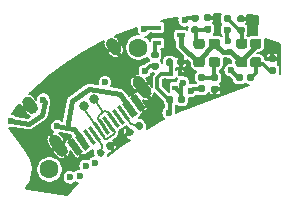
<source format=gbr>
%TF.GenerationSoftware,KiCad,Pcbnew,(5.1.6)-1*%
%TF.CreationDate,2020-12-05T12:07:26+01:00*%
%TF.ProjectId,bose-usb-c,626f7365-2d75-4736-922d-632e6b696361,Rev 1*%
%TF.SameCoordinates,Original*%
%TF.FileFunction,Copper,L4,Bot*%
%TF.FilePolarity,Positive*%
%FSLAX46Y46*%
G04 Gerber Fmt 4.6, Leading zero omitted, Abs format (unit mm)*
G04 Created by KiCad (PCBNEW (5.1.6)-1) date 2020-12-05 12:07:26*
%MOMM*%
%LPD*%
G01*
G04 APERTURE LIST*
%TA.AperFunction,SMDPad,CuDef*%
%ADD10R,0.700000X0.450000*%
%TD*%
%TA.AperFunction,ComponentPad*%
%ADD11C,1.600000*%
%TD*%
%TA.AperFunction,SMDPad,CuDef*%
%ADD12R,0.500000X0.450000*%
%TD*%
%TA.AperFunction,SMDPad,CuDef*%
%ADD13R,0.400000X0.450000*%
%TD*%
%TA.AperFunction,SMDPad,CuDef*%
%ADD14C,0.100000*%
%TD*%
%TA.AperFunction,ViaPad*%
%ADD15C,0.600000*%
%TD*%
%TA.AperFunction,ViaPad*%
%ADD16C,0.800000*%
%TD*%
%TA.AperFunction,Conductor*%
%ADD17C,0.127000*%
%TD*%
%TA.AperFunction,Conductor*%
%ADD18C,0.300000*%
%TD*%
%TA.AperFunction,Conductor*%
%ADD19C,0.250000*%
%TD*%
%TA.AperFunction,Conductor*%
%ADD20C,0.400000*%
%TD*%
G04 APERTURE END LIST*
D10*
%TO.P,D5,3*%
%TO.N,/LED_PWR*%
X79197774Y-60954483D03*
%TO.P,D5,2*%
%TO.N,/LED_PWR_ON*%
X77197774Y-60304483D03*
%TO.P,D5,1*%
%TO.N,Net-(D5-Pad1)*%
X77197774Y-61604483D03*
%TD*%
D11*
%TO.P,H1,*%
%TO.N,*%
X68057773Y-72314486D03*
%TD*%
%TO.P,H2,*%
%TO.N,*%
X75577773Y-62004487D03*
%TD*%
%TO.P,R13,2*%
%TO.N,Net-(J2-PadB5)*%
%TA.AperFunction,SMDPad,CuDef*%
G36*
G01*
X75507369Y-68929263D02*
X75309485Y-68646656D01*
G75*
G02*
X75345707Y-68441228I120825J84603D01*
G01*
X75587357Y-68272023D01*
G75*
G02*
X75792785Y-68308245I84603J-120825D01*
G01*
X75990669Y-68590852D01*
G75*
G02*
X75954447Y-68796280I-120825J-84603D01*
G01*
X75712797Y-68965485D01*
G75*
G02*
X75507369Y-68929263I-84603J120825D01*
G01*
G37*
%TD.AperFunction*%
%TO.P,R13,1*%
%TO.N,GND*%
%TA.AperFunction,SMDPad,CuDef*%
G36*
G01*
X74712791Y-69485633D02*
X74514907Y-69203026D01*
G75*
G02*
X74551129Y-68997598I120825J84603D01*
G01*
X74792779Y-68828393D01*
G75*
G02*
X74998207Y-68864615I84603J-120825D01*
G01*
X75196091Y-69147222D01*
G75*
G02*
X75159869Y-69352650I-120825J-84603D01*
G01*
X74918219Y-69521855D01*
G75*
G02*
X74712791Y-69485633I-84603J120825D01*
G01*
G37*
%TD.AperFunction*%
%TD*%
%TO.P,R12,2*%
%TO.N,Net-(J2-PadA5)*%
%TA.AperFunction,SMDPad,CuDef*%
G36*
G01*
X72526824Y-70582890D02*
X72724708Y-70865497D01*
G75*
G02*
X72688486Y-71070925I-120825J-84603D01*
G01*
X72446836Y-71240130D01*
G75*
G02*
X72241408Y-71203908I-84603J120825D01*
G01*
X72043524Y-70921301D01*
G75*
G02*
X72079746Y-70715873I120825J84603D01*
G01*
X72321396Y-70546668D01*
G75*
G02*
X72526824Y-70582890I84603J-120825D01*
G01*
G37*
%TD.AperFunction*%
%TO.P,R12,1*%
%TO.N,GND*%
%TA.AperFunction,SMDPad,CuDef*%
G36*
G01*
X73321402Y-70026520D02*
X73519286Y-70309127D01*
G75*
G02*
X73483064Y-70514555I-120825J-84603D01*
G01*
X73241414Y-70683760D01*
G75*
G02*
X73035986Y-70647538I-84603J120825D01*
G01*
X72838102Y-70364931D01*
G75*
G02*
X72874324Y-70159503I120825J84603D01*
G01*
X73115974Y-69990298D01*
G75*
G02*
X73321402Y-70026520I84603J-120825D01*
G01*
G37*
%TD.AperFunction*%
%TD*%
%TO.P,R11,2*%
%TO.N,Net-(D5-Pad1)*%
%TA.AperFunction,SMDPad,CuDef*%
G36*
G01*
X77160274Y-62894483D02*
X76815274Y-62894483D01*
G75*
G02*
X76667774Y-62746983I0J147500D01*
G01*
X76667774Y-62451983D01*
G75*
G02*
X76815274Y-62304483I147500J0D01*
G01*
X77160274Y-62304483D01*
G75*
G02*
X77307774Y-62451983I0J-147500D01*
G01*
X77307774Y-62746983D01*
G75*
G02*
X77160274Y-62894483I-147500J0D01*
G01*
G37*
%TD.AperFunction*%
%TO.P,R11,1*%
%TO.N,VCC*%
%TA.AperFunction,SMDPad,CuDef*%
G36*
G01*
X77160274Y-63864483D02*
X76815274Y-63864483D01*
G75*
G02*
X76667774Y-63716983I0J147500D01*
G01*
X76667774Y-63421983D01*
G75*
G02*
X76815274Y-63274483I147500J0D01*
G01*
X77160274Y-63274483D01*
G75*
G02*
X77307774Y-63421983I0J-147500D01*
G01*
X77307774Y-63716983D01*
G75*
G02*
X77160274Y-63864483I-147500J0D01*
G01*
G37*
%TD.AperFunction*%
%TD*%
%TO.P,R10,2*%
%TO.N,Net-(Q1-Pad3)*%
%TA.AperFunction,SMDPad,CuDef*%
G36*
G01*
X84427771Y-64371985D02*
X84427771Y-64716985D01*
G75*
G02*
X84280271Y-64864485I-147500J0D01*
G01*
X83985271Y-64864485D01*
G75*
G02*
X83837771Y-64716985I0J147500D01*
G01*
X83837771Y-64371985D01*
G75*
G02*
X83985271Y-64224485I147500J0D01*
G01*
X84280271Y-64224485D01*
G75*
G02*
X84427771Y-64371985I0J-147500D01*
G01*
G37*
%TD.AperFunction*%
%TO.P,R10,1*%
%TO.N,Net-(D4-Pad1)*%
%TA.AperFunction,SMDPad,CuDef*%
G36*
G01*
X85397771Y-64371985D02*
X85397771Y-64716985D01*
G75*
G02*
X85250271Y-64864485I-147500J0D01*
G01*
X84955271Y-64864485D01*
G75*
G02*
X84807771Y-64716985I0J147500D01*
G01*
X84807771Y-64371985D01*
G75*
G02*
X84955271Y-64224485I147500J0D01*
G01*
X85250271Y-64224485D01*
G75*
G02*
X85397771Y-64371985I0J-147500D01*
G01*
G37*
%TD.AperFunction*%
%TD*%
%TO.P,R9,2*%
%TO.N,/LED_WHITE*%
%TA.AperFunction,SMDPad,CuDef*%
G36*
G01*
X82945272Y-60224485D02*
X83290272Y-60224485D01*
G75*
G02*
X83437772Y-60371985I0J-147500D01*
G01*
X83437772Y-60666985D01*
G75*
G02*
X83290272Y-60814485I-147500J0D01*
G01*
X82945272Y-60814485D01*
G75*
G02*
X82797772Y-60666985I0J147500D01*
G01*
X82797772Y-60371985D01*
G75*
G02*
X82945272Y-60224485I147500J0D01*
G01*
G37*
%TD.AperFunction*%
%TO.P,R9,1*%
%TO.N,Net-(D3-Pad1)*%
%TA.AperFunction,SMDPad,CuDef*%
G36*
G01*
X82945272Y-59254485D02*
X83290272Y-59254485D01*
G75*
G02*
X83437772Y-59401985I0J-147500D01*
G01*
X83437772Y-59696985D01*
G75*
G02*
X83290272Y-59844485I-147500J0D01*
G01*
X82945272Y-59844485D01*
G75*
G02*
X82797772Y-59696985I0J147500D01*
G01*
X82797772Y-59401985D01*
G75*
G02*
X82945272Y-59254485I147500J0D01*
G01*
G37*
%TD.AperFunction*%
%TD*%
%TO.P,R8,2*%
%TO.N,/LED_RED*%
%TA.AperFunction,SMDPad,CuDef*%
G36*
G01*
X80755272Y-65194485D02*
X81100272Y-65194485D01*
G75*
G02*
X81247772Y-65341985I0J-147500D01*
G01*
X81247772Y-65636985D01*
G75*
G02*
X81100272Y-65784485I-147500J0D01*
G01*
X80755272Y-65784485D01*
G75*
G02*
X80607772Y-65636985I0J147500D01*
G01*
X80607772Y-65341985D01*
G75*
G02*
X80755272Y-65194485I147500J0D01*
G01*
G37*
%TD.AperFunction*%
%TO.P,R8,1*%
%TO.N,Net-(D2-Pad1)*%
%TA.AperFunction,SMDPad,CuDef*%
G36*
G01*
X80755272Y-64224485D02*
X81100272Y-64224485D01*
G75*
G02*
X81247772Y-64371985I0J-147500D01*
G01*
X81247772Y-64666985D01*
G75*
G02*
X81100272Y-64814485I-147500J0D01*
G01*
X80755272Y-64814485D01*
G75*
G02*
X80607772Y-64666985I0J147500D01*
G01*
X80607772Y-64371985D01*
G75*
G02*
X80755272Y-64224485I147500J0D01*
G01*
G37*
%TD.AperFunction*%
%TD*%
%TO.P,R7,2*%
%TO.N,/LED_GREEN*%
%TA.AperFunction,SMDPad,CuDef*%
G36*
G01*
X80550273Y-59804483D02*
X80205273Y-59804483D01*
G75*
G02*
X80057773Y-59656983I0J147500D01*
G01*
X80057773Y-59361983D01*
G75*
G02*
X80205273Y-59214483I147500J0D01*
G01*
X80550273Y-59214483D01*
G75*
G02*
X80697773Y-59361983I0J-147500D01*
G01*
X80697773Y-59656983D01*
G75*
G02*
X80550273Y-59804483I-147500J0D01*
G01*
G37*
%TD.AperFunction*%
%TO.P,R7,1*%
%TO.N,Net-(D1-Pad1)*%
%TA.AperFunction,SMDPad,CuDef*%
G36*
G01*
X80550273Y-60774483D02*
X80205273Y-60774483D01*
G75*
G02*
X80057773Y-60626983I0J147500D01*
G01*
X80057773Y-60331983D01*
G75*
G02*
X80205273Y-60184483I147500J0D01*
G01*
X80550273Y-60184483D01*
G75*
G02*
X80697773Y-60331983I0J-147500D01*
G01*
X80697773Y-60626983D01*
G75*
G02*
X80550273Y-60774483I-147500J0D01*
G01*
G37*
%TD.AperFunction*%
%TD*%
%TO.P,R6,2*%
%TO.N,GND*%
%TA.AperFunction,SMDPad,CuDef*%
G36*
G01*
X78887773Y-63406985D02*
X78887773Y-63061985D01*
G75*
G02*
X79035273Y-62914485I147500J0D01*
G01*
X79330273Y-62914485D01*
G75*
G02*
X79477773Y-63061985I0J-147500D01*
G01*
X79477773Y-63406985D01*
G75*
G02*
X79330273Y-63554485I-147500J0D01*
G01*
X79035273Y-63554485D01*
G75*
G02*
X78887773Y-63406985I0J147500D01*
G01*
G37*
%TD.AperFunction*%
%TO.P,R6,1*%
%TO.N,/LED_BLUE*%
%TA.AperFunction,SMDPad,CuDef*%
G36*
G01*
X77917773Y-63406985D02*
X77917773Y-63061985D01*
G75*
G02*
X78065273Y-62914485I147500J0D01*
G01*
X78360273Y-62914485D01*
G75*
G02*
X78507773Y-63061985I0J-147500D01*
G01*
X78507773Y-63406985D01*
G75*
G02*
X78360273Y-63554485I-147500J0D01*
G01*
X78065273Y-63554485D01*
G75*
G02*
X77917773Y-63406985I0J147500D01*
G01*
G37*
%TD.AperFunction*%
%TD*%
%TO.P,R5,2*%
%TO.N,/LED_BLUE*%
%TA.AperFunction,SMDPad,CuDef*%
G36*
G01*
X78557771Y-66231983D02*
X78557771Y-66576983D01*
G75*
G02*
X78410271Y-66724483I-147500J0D01*
G01*
X78115271Y-66724483D01*
G75*
G02*
X77967771Y-66576983I0J147500D01*
G01*
X77967771Y-66231983D01*
G75*
G02*
X78115271Y-66084483I147500J0D01*
G01*
X78410271Y-66084483D01*
G75*
G02*
X78557771Y-66231983I0J-147500D01*
G01*
G37*
%TD.AperFunction*%
%TO.P,R5,1*%
%TO.N,Net-(Q1-Pad3)*%
%TA.AperFunction,SMDPad,CuDef*%
G36*
G01*
X79527771Y-66231983D02*
X79527771Y-66576983D01*
G75*
G02*
X79380271Y-66724483I-147500J0D01*
G01*
X79085271Y-66724483D01*
G75*
G02*
X78937771Y-66576983I0J147500D01*
G01*
X78937771Y-66231983D01*
G75*
G02*
X79085271Y-66084483I147500J0D01*
G01*
X79380271Y-66084483D01*
G75*
G02*
X79527771Y-66231983I0J-147500D01*
G01*
G37*
%TD.AperFunction*%
%TD*%
%TO.P,R4,2*%
%TO.N,GND*%
%TA.AperFunction,SMDPad,CuDef*%
G36*
G01*
X87110271Y-63244482D02*
X86765271Y-63244482D01*
G75*
G02*
X86617771Y-63096982I0J147500D01*
G01*
X86617771Y-62801982D01*
G75*
G02*
X86765271Y-62654482I147500J0D01*
G01*
X87110271Y-62654482D01*
G75*
G02*
X87257771Y-62801982I0J-147500D01*
G01*
X87257771Y-63096982D01*
G75*
G02*
X87110271Y-63244482I-147500J0D01*
G01*
G37*
%TD.AperFunction*%
%TO.P,R4,1*%
%TO.N,Net-(D4-Pad1)*%
%TA.AperFunction,SMDPad,CuDef*%
G36*
G01*
X87110271Y-64214482D02*
X86765271Y-64214482D01*
G75*
G02*
X86617771Y-64066982I0J147500D01*
G01*
X86617771Y-63771982D01*
G75*
G02*
X86765271Y-63624482I147500J0D01*
G01*
X87110271Y-63624482D01*
G75*
G02*
X87257771Y-63771982I0J-147500D01*
G01*
X87257771Y-64066982D01*
G75*
G02*
X87110271Y-64214482I-147500J0D01*
G01*
G37*
%TD.AperFunction*%
%TD*%
%TO.P,R3,2*%
%TO.N,GND*%
%TA.AperFunction,SMDPad,CuDef*%
G36*
G01*
X84440273Y-59844485D02*
X84095273Y-59844485D01*
G75*
G02*
X83947773Y-59696985I0J147500D01*
G01*
X83947773Y-59401985D01*
G75*
G02*
X84095273Y-59254485I147500J0D01*
G01*
X84440273Y-59254485D01*
G75*
G02*
X84587773Y-59401985I0J-147500D01*
G01*
X84587773Y-59696985D01*
G75*
G02*
X84440273Y-59844485I-147500J0D01*
G01*
G37*
%TD.AperFunction*%
%TO.P,R3,1*%
%TO.N,Net-(D3-Pad1)*%
%TA.AperFunction,SMDPad,CuDef*%
G36*
G01*
X84440273Y-60814485D02*
X84095273Y-60814485D01*
G75*
G02*
X83947773Y-60666985I0J147500D01*
G01*
X83947773Y-60371985D01*
G75*
G02*
X84095273Y-60224485I147500J0D01*
G01*
X84440273Y-60224485D01*
G75*
G02*
X84587773Y-60371985I0J-147500D01*
G01*
X84587773Y-60666985D01*
G75*
G02*
X84440273Y-60814485I-147500J0D01*
G01*
G37*
%TD.AperFunction*%
%TD*%
%TO.P,R2,2*%
%TO.N,GND*%
%TA.AperFunction,SMDPad,CuDef*%
G36*
G01*
X81875272Y-65224486D02*
X82220272Y-65224486D01*
G75*
G02*
X82367772Y-65371986I0J-147500D01*
G01*
X82367772Y-65666986D01*
G75*
G02*
X82220272Y-65814486I-147500J0D01*
G01*
X81875272Y-65814486D01*
G75*
G02*
X81727772Y-65666986I0J147500D01*
G01*
X81727772Y-65371986D01*
G75*
G02*
X81875272Y-65224486I147500J0D01*
G01*
G37*
%TD.AperFunction*%
%TO.P,R2,1*%
%TO.N,Net-(D2-Pad1)*%
%TA.AperFunction,SMDPad,CuDef*%
G36*
G01*
X81875272Y-64254486D02*
X82220272Y-64254486D01*
G75*
G02*
X82367772Y-64401986I0J-147500D01*
G01*
X82367772Y-64696986D01*
G75*
G02*
X82220272Y-64844486I-147500J0D01*
G01*
X81875272Y-64844486D01*
G75*
G02*
X81727772Y-64696986I0J147500D01*
G01*
X81727772Y-64401986D01*
G75*
G02*
X81875272Y-64254486I147500J0D01*
G01*
G37*
%TD.AperFunction*%
%TD*%
%TO.P,R1,2*%
%TO.N,GND*%
%TA.AperFunction,SMDPad,CuDef*%
G36*
G01*
X81630272Y-59754483D02*
X81285272Y-59754483D01*
G75*
G02*
X81137772Y-59606983I0J147500D01*
G01*
X81137772Y-59311983D01*
G75*
G02*
X81285272Y-59164483I147500J0D01*
G01*
X81630272Y-59164483D01*
G75*
G02*
X81777772Y-59311983I0J-147500D01*
G01*
X81777772Y-59606983D01*
G75*
G02*
X81630272Y-59754483I-147500J0D01*
G01*
G37*
%TD.AperFunction*%
%TO.P,R1,1*%
%TO.N,Net-(D1-Pad1)*%
%TA.AperFunction,SMDPad,CuDef*%
G36*
G01*
X81630272Y-60724483D02*
X81285272Y-60724483D01*
G75*
G02*
X81137772Y-60576983I0J147500D01*
G01*
X81137772Y-60281983D01*
G75*
G02*
X81285272Y-60134483I147500J0D01*
G01*
X81630272Y-60134483D01*
G75*
G02*
X81777772Y-60281983I0J-147500D01*
G01*
X81777772Y-60576983D01*
G75*
G02*
X81630272Y-60724483I-147500J0D01*
G01*
G37*
%TD.AperFunction*%
%TD*%
D12*
%TO.P,Q1,3*%
%TO.N,Net-(Q1-Pad3)*%
X78727773Y-65379482D03*
D13*
%TO.P,Q1,2*%
%TO.N,GND*%
X79127773Y-64229482D03*
%TO.P,Q1,1*%
%TO.N,/LED_BLUE*%
X78327773Y-64229482D03*
%TD*%
%TO.P,D4,1*%
%TO.N,Net-(D4-Pad1)*%
%TA.AperFunction,SMDPad,CuDef*%
G36*
G01*
X85784024Y-63679484D02*
X85271524Y-63679484D01*
G75*
G02*
X85052774Y-63460734I0J218750D01*
G01*
X85052774Y-63023234D01*
G75*
G02*
X85271524Y-62804484I218750J0D01*
G01*
X85784024Y-62804484D01*
G75*
G02*
X86002774Y-63023234I0J-218750D01*
G01*
X86002774Y-63460734D01*
G75*
G02*
X85784024Y-63679484I-218750J0D01*
G01*
G37*
%TD.AperFunction*%
%TO.P,D4,2*%
%TO.N,/LED_PWR*%
%TA.AperFunction,SMDPad,CuDef*%
G36*
G01*
X85784024Y-62104484D02*
X85271524Y-62104484D01*
G75*
G02*
X85052774Y-61885734I0J218750D01*
G01*
X85052774Y-61448234D01*
G75*
G02*
X85271524Y-61229484I218750J0D01*
G01*
X85784024Y-61229484D01*
G75*
G02*
X86002774Y-61448234I0J-218750D01*
G01*
X86002774Y-61885734D01*
G75*
G02*
X85784024Y-62104484I-218750J0D01*
G01*
G37*
%TD.AperFunction*%
%TD*%
%TO.P,D3,1*%
%TO.N,Net-(D3-Pad1)*%
%TA.AperFunction,SMDPad,CuDef*%
G36*
G01*
X84071523Y-61229484D02*
X84584023Y-61229484D01*
G75*
G02*
X84802773Y-61448234I0J-218750D01*
G01*
X84802773Y-61885734D01*
G75*
G02*
X84584023Y-62104484I-218750J0D01*
G01*
X84071523Y-62104484D01*
G75*
G02*
X83852773Y-61885734I0J218750D01*
G01*
X83852773Y-61448234D01*
G75*
G02*
X84071523Y-61229484I218750J0D01*
G01*
G37*
%TD.AperFunction*%
%TO.P,D3,2*%
%TO.N,/LED_PWR*%
%TA.AperFunction,SMDPad,CuDef*%
G36*
G01*
X84071523Y-62804484D02*
X84584023Y-62804484D01*
G75*
G02*
X84802773Y-63023234I0J-218750D01*
G01*
X84802773Y-63460734D01*
G75*
G02*
X84584023Y-63679484I-218750J0D01*
G01*
X84071523Y-63679484D01*
G75*
G02*
X83852773Y-63460734I0J218750D01*
G01*
X83852773Y-63023234D01*
G75*
G02*
X84071523Y-62804484I218750J0D01*
G01*
G37*
%TD.AperFunction*%
%TD*%
%TO.P,D2,1*%
%TO.N,Net-(D2-Pad1)*%
%TA.AperFunction,SMDPad,CuDef*%
G36*
G01*
X82284023Y-63679485D02*
X81771523Y-63679485D01*
G75*
G02*
X81552773Y-63460735I0J218750D01*
G01*
X81552773Y-63023235D01*
G75*
G02*
X81771523Y-62804485I218750J0D01*
G01*
X82284023Y-62804485D01*
G75*
G02*
X82502773Y-63023235I0J-218750D01*
G01*
X82502773Y-63460735D01*
G75*
G02*
X82284023Y-63679485I-218750J0D01*
G01*
G37*
%TD.AperFunction*%
%TO.P,D2,2*%
%TO.N,/LED_PWR*%
%TA.AperFunction,SMDPad,CuDef*%
G36*
G01*
X82284023Y-62104485D02*
X81771523Y-62104485D01*
G75*
G02*
X81552773Y-61885735I0J218750D01*
G01*
X81552773Y-61448235D01*
G75*
G02*
X81771523Y-61229485I218750J0D01*
G01*
X82284023Y-61229485D01*
G75*
G02*
X82502773Y-61448235I0J-218750D01*
G01*
X82502773Y-61885735D01*
G75*
G02*
X82284023Y-62104485I-218750J0D01*
G01*
G37*
%TD.AperFunction*%
%TD*%
%TO.P,D1,1*%
%TO.N,Net-(D1-Pad1)*%
%TA.AperFunction,SMDPad,CuDef*%
G36*
G01*
X80471523Y-61229484D02*
X80984023Y-61229484D01*
G75*
G02*
X81202773Y-61448234I0J-218750D01*
G01*
X81202773Y-61885734D01*
G75*
G02*
X80984023Y-62104484I-218750J0D01*
G01*
X80471523Y-62104484D01*
G75*
G02*
X80252773Y-61885734I0J218750D01*
G01*
X80252773Y-61448234D01*
G75*
G02*
X80471523Y-61229484I218750J0D01*
G01*
G37*
%TD.AperFunction*%
%TO.P,D1,2*%
%TO.N,/LED_PWR*%
%TA.AperFunction,SMDPad,CuDef*%
G36*
G01*
X80471523Y-62804484D02*
X80984023Y-62804484D01*
G75*
G02*
X81202773Y-63023234I0J-218750D01*
G01*
X81202773Y-63460734D01*
G75*
G02*
X80984023Y-63679484I-218750J0D01*
G01*
X80471523Y-63679484D01*
G75*
G02*
X80252773Y-63460734I0J218750D01*
G01*
X80252773Y-63023234D01*
G75*
G02*
X80471523Y-62804484I218750J0D01*
G01*
G37*
%TD.AperFunction*%
%TD*%
%TA.AperFunction,SMDPad,CuDef*%
D14*
%TO.P,J2,B1*%
%TO.N,GND*%
G36*
X75710229Y-67479788D02*
G01*
X74878543Y-66292018D01*
X75370035Y-65947872D01*
X76201721Y-67135642D01*
X75710229Y-67479788D01*
G37*
%TD.AperFunction*%
%TA.AperFunction,SMDPad,CuDef*%
%TO.P,J2,A9*%
%TO.N,/VBUS*%
G36*
X75054907Y-67938649D02*
G01*
X74223221Y-66750879D01*
X74714713Y-66406733D01*
X75546399Y-67594503D01*
X75054907Y-67938649D01*
G37*
%TD.AperFunction*%
%TA.AperFunction,SMDPad,CuDef*%
%TO.P,J2,B9*%
G36*
X71041062Y-70749173D02*
G01*
X70209376Y-69561403D01*
X70700868Y-69217257D01*
X71532554Y-70405027D01*
X71041062Y-70749173D01*
G37*
%TD.AperFunction*%
%TA.AperFunction,SMDPad,CuDef*%
%TO.P,J2,B12*%
%TO.N,GND*%
G36*
X70385741Y-71208034D02*
G01*
X69554055Y-70020264D01*
X70045547Y-69676118D01*
X70877233Y-70863888D01*
X70385741Y-71208034D01*
G37*
%TD.AperFunction*%
%TA.AperFunction,SMDPad,CuDef*%
%TO.P,J2,A1*%
G36*
X70385741Y-71208034D02*
G01*
X69554055Y-70020264D01*
X70045547Y-69676118D01*
X70877233Y-70863888D01*
X70385741Y-71208034D01*
G37*
%TD.AperFunction*%
%TA.AperFunction,SMDPad,CuDef*%
%TO.P,J2,A4*%
%TO.N,/VBUS*%
G36*
X71041062Y-70749173D02*
G01*
X70209376Y-69561403D01*
X70700868Y-69217257D01*
X71532554Y-70405027D01*
X71041062Y-70749173D01*
G37*
%TD.AperFunction*%
%TA.AperFunction,SMDPad,CuDef*%
%TO.P,J2,B4*%
G36*
X75054907Y-67938649D02*
G01*
X74223221Y-66750879D01*
X74714713Y-66406733D01*
X75546399Y-67594503D01*
X75054907Y-67938649D01*
G37*
%TD.AperFunction*%
%TA.AperFunction,SMDPad,CuDef*%
%TO.P,J2,A12*%
%TO.N,GND*%
G36*
X75710229Y-67479788D02*
G01*
X74878543Y-66292018D01*
X75370035Y-65947872D01*
X76201721Y-67135642D01*
X75710229Y-67479788D01*
G37*
%TD.AperFunction*%
%TA.AperFunction,SMDPad,CuDef*%
%TO.P,J2,B8*%
%TO.N,Net-(J2-PadB8)*%
G36*
X71737342Y-70261634D02*
G01*
X70905656Y-69073863D01*
X71151402Y-68901790D01*
X71983088Y-70089561D01*
X71737342Y-70261634D01*
G37*
%TD.AperFunction*%
%TA.AperFunction,SMDPad,CuDef*%
%TO.P,J2,A5*%
%TO.N,Net-(J2-PadA5)*%
G36*
X72146918Y-69974846D02*
G01*
X71315232Y-68787075D01*
X71560978Y-68615002D01*
X72392664Y-69802773D01*
X72146918Y-69974846D01*
G37*
%TD.AperFunction*%
%TA.AperFunction,SMDPad,CuDef*%
%TO.P,J2,B7*%
%TO.N,/USB_D-*%
G36*
X72556494Y-69688057D02*
G01*
X71724808Y-68500286D01*
X71970554Y-68328213D01*
X72802240Y-69515984D01*
X72556494Y-69688057D01*
G37*
%TD.AperFunction*%
%TA.AperFunction,SMDPad,CuDef*%
%TO.P,J2,A7*%
G36*
X73375646Y-69114481D02*
G01*
X72543960Y-67926710D01*
X72789706Y-67754637D01*
X73621392Y-68942408D01*
X73375646Y-69114481D01*
G37*
%TD.AperFunction*%
%TA.AperFunction,SMDPad,CuDef*%
%TO.P,J2,B6*%
%TO.N,/USB_D+*%
G36*
X73785222Y-68827693D02*
G01*
X72953536Y-67639922D01*
X73199282Y-67467849D01*
X74030968Y-68655620D01*
X73785222Y-68827693D01*
G37*
%TD.AperFunction*%
%TA.AperFunction,SMDPad,CuDef*%
%TO.P,J2,A8*%
%TO.N,Net-(J2-PadA8)*%
G36*
X74194798Y-68540904D02*
G01*
X73363112Y-67353133D01*
X73608858Y-67181060D01*
X74440544Y-68368831D01*
X74194798Y-68540904D01*
G37*
%TD.AperFunction*%
%TA.AperFunction,SMDPad,CuDef*%
%TO.P,J2,B5*%
%TO.N,Net-(J2-PadB5)*%
G36*
X74604374Y-68254116D02*
G01*
X73772688Y-67066345D01*
X74018434Y-66894272D01*
X74850120Y-68082043D01*
X74604374Y-68254116D01*
G37*
%TD.AperFunction*%
%TA.AperFunction,SMDPad,CuDef*%
%TO.P,J2,A6*%
%TO.N,/USB_D+*%
G36*
X72966070Y-69401269D02*
G01*
X72134384Y-68213498D01*
X72380130Y-68041425D01*
X73211816Y-69229196D01*
X72966070Y-69401269D01*
G37*
%TD.AperFunction*%
%TO.P,J2,S1*%
%TO.N,GND*%
%TA.AperFunction,ComponentPad*%
G36*
G01*
X75797693Y-66087901D02*
X75166759Y-65186833D01*
G75*
G02*
X75289547Y-64490469I409576J286788D01*
G01*
X75289547Y-64490469D01*
G75*
G02*
X75985911Y-64613257I286788J-409576D01*
G01*
X76616845Y-65514325D01*
G75*
G02*
X76494057Y-66210689I-409576J-286788D01*
G01*
X76494057Y-66210689D01*
G75*
G02*
X75797693Y-66087901I-286788J409576D01*
G01*
G37*
%TD.AperFunction*%
%TA.AperFunction,ComponentPad*%
G36*
G01*
X68720219Y-71043601D02*
X68089285Y-70142533D01*
G75*
G02*
X68212073Y-69446169I409576J286788D01*
G01*
X68212073Y-69446169D01*
G75*
G02*
X68908437Y-69568957I286788J-409576D01*
G01*
X69539371Y-70470025D01*
G75*
G02*
X69416583Y-71166389I-409576J-286788D01*
G01*
X69416583Y-71166389D01*
G75*
G02*
X68720219Y-71043601I-286788J409576D01*
G01*
G37*
%TD.AperFunction*%
%TA.AperFunction,ComponentPad*%
G36*
G01*
X66179276Y-67414758D02*
X65835130Y-66923266D01*
G75*
G02*
X65957918Y-66226902I409576J286788D01*
G01*
X65957918Y-66226902D01*
G75*
G02*
X66654282Y-66349690I286788J-409576D01*
G01*
X66998428Y-66841182D01*
G75*
G02*
X66875640Y-67537546I-409576J-286788D01*
G01*
X66875640Y-67537546D01*
G75*
G02*
X66179276Y-67414758I-286788J409576D01*
G01*
G37*
%TD.AperFunction*%
%TA.AperFunction,ComponentPad*%
G36*
G01*
X73256750Y-62459057D02*
X72912604Y-61967565D01*
G75*
G02*
X73035392Y-61271201I409576J286788D01*
G01*
X73035392Y-61271201D01*
G75*
G02*
X73731756Y-61393989I286788J-409576D01*
G01*
X74075902Y-61885481D01*
G75*
G02*
X73953114Y-62581845I-409576J-286788D01*
G01*
X73953114Y-62581845D01*
G75*
G02*
X73256750Y-62459057I-286788J409576D01*
G01*
G37*
%TD.AperFunction*%
%TD*%
D15*
%TO.N,GND*%
X70110000Y-64490000D03*
X69610000Y-63780000D03*
X86927774Y-62094483D03*
X85317773Y-59764483D03*
X82287775Y-59364483D03*
X74007678Y-69768775D03*
X83100527Y-65508445D03*
X77990000Y-62250000D03*
X77850000Y-65110000D03*
X68870000Y-73890000D03*
X66780000Y-73550000D03*
X83010000Y-63160000D03*
%TO.N,VCC*%
X76141896Y-63980053D03*
%TO.N,/LED_GREEN*%
X69784104Y-72974405D03*
X79497771Y-59684486D03*
%TO.N,/LED_RED*%
X70619707Y-72877617D03*
X80042094Y-65642292D03*
%TO.N,/LED_WHITE*%
X71123497Y-72008657D03*
X83207773Y-61414484D03*
%TO.N,/LED_BLUE*%
X71927861Y-71729691D03*
X78159994Y-67536814D03*
D16*
%TO.N,/USB_D-*%
X71013813Y-66957589D03*
%TO.N,/USB_D+*%
X71841157Y-66378277D03*
D15*
%TO.N,Net-(Q1-Pad3)*%
X83397770Y-63924486D03*
X79367236Y-64989191D03*
%TO.N,/LED_PWR*%
X83340000Y-62370000D03*
%TO.N,/LED_PWR_ON*%
X76051594Y-60466579D03*
X72762700Y-64942303D03*
%TO.N,/VBUS*%
X68739042Y-68660270D03*
%TO.N,+5V*%
X64761611Y-68210244D03*
X67547567Y-66418199D03*
%TD*%
D17*
%TO.N,Net-(J2-PadA5)*%
X72502623Y-70221326D02*
X72384117Y-70893397D01*
X71853946Y-69294926D02*
X72502623Y-70221326D01*
%TO.N,Net-(J2-PadB5)*%
X74957273Y-68496595D02*
X75650077Y-68618756D01*
X74311404Y-67574196D02*
X74957273Y-68496595D01*
D18*
%TO.N,Net-(D1-Pad1)*%
X81407771Y-60479485D02*
X81457774Y-60429486D01*
X80377773Y-60479482D02*
X81407771Y-60479485D01*
X80437771Y-60539485D02*
X80377773Y-60479482D01*
X80437772Y-61414484D02*
X80437771Y-60539485D01*
X80727774Y-61666985D02*
X80690273Y-61666986D01*
X80690273Y-61666986D02*
X80437772Y-61414484D01*
%TO.N,Net-(D2-Pad1)*%
X82027774Y-64529485D02*
X82047770Y-64549484D01*
X82027773Y-63241985D02*
X82027774Y-64529485D01*
X80957774Y-64549485D02*
X80927774Y-64519487D01*
X82047770Y-64549484D02*
X80957774Y-64549485D01*
%TO.N,Net-(D3-Pad1)*%
X84327774Y-60579487D02*
X84267774Y-60519483D01*
X84327773Y-61666986D02*
X84327774Y-60579487D01*
X84141359Y-60519484D02*
X83171359Y-59549484D01*
X83171359Y-59549484D02*
X83117774Y-59549486D01*
X84267774Y-60519483D02*
X84141359Y-60519484D01*
%TO.N,Net-(D4-Pad1)*%
X85527771Y-64119484D02*
X85527773Y-63241983D01*
X85102770Y-64544484D02*
X85527771Y-64119484D01*
X85700271Y-63414483D02*
X85527773Y-63241983D01*
X86107771Y-63414485D02*
X85700271Y-63414483D01*
X86937774Y-63919484D02*
X86612773Y-63919482D01*
X86612773Y-63919482D02*
X86107771Y-63414485D01*
%TO.N,GND*%
X86937771Y-62949483D02*
X86937773Y-62104484D01*
X86937773Y-62104484D02*
X86927774Y-62094483D01*
X84267771Y-59549484D02*
X85102773Y-59549484D01*
X85102773Y-59549484D02*
X85317773Y-59764483D01*
X81457772Y-59459480D02*
X82192772Y-59459483D01*
X82192772Y-59459483D02*
X82287775Y-59364483D01*
D19*
X73178692Y-70337027D02*
X73993750Y-69766321D01*
X73993750Y-69766321D02*
X74007678Y-69768775D01*
X74855501Y-69175123D02*
X74007678Y-69768775D01*
D18*
X83089487Y-65519484D02*
X83100527Y-65508445D01*
X82047771Y-65519486D02*
X83089487Y-65519484D01*
D20*
X79182773Y-62862773D02*
X78570000Y-62250000D01*
X78570000Y-62250000D02*
X77990000Y-62250000D01*
X79182773Y-63234485D02*
X79182773Y-62862773D01*
D18*
%TO.N,VCC*%
X76552465Y-63569483D02*
X76141896Y-63980053D01*
X76987774Y-63569485D02*
X76552465Y-63569483D01*
%TO.N,/LED_GREEN*%
X79672771Y-59509484D02*
X79497771Y-59684486D01*
X80377774Y-59509485D02*
X79672771Y-59509484D01*
%TO.N,/LED_RED*%
X80927772Y-65489485D02*
X80194902Y-65489485D01*
X80194902Y-65489485D02*
X80042094Y-65642292D01*
%TO.N,/LED_WHITE*%
X83117771Y-61324484D02*
X83207773Y-61414484D01*
X83117773Y-60519485D02*
X83117771Y-61324484D01*
%TO.N,/LED_BLUE*%
X78212772Y-63234484D02*
X78327773Y-63349485D01*
X78327773Y-63349485D02*
X78327774Y-64229483D01*
X78262771Y-66404484D02*
X78262771Y-67434037D01*
X78262771Y-67434037D02*
X78159994Y-67536814D01*
X78262771Y-66404483D02*
X78144483Y-66404483D01*
X77199999Y-65459999D02*
X77199999Y-64550001D01*
X78144483Y-66404483D02*
X77199999Y-65459999D01*
X77520518Y-64229482D02*
X78327773Y-64229482D01*
X77199999Y-64550001D02*
X77520518Y-64229482D01*
D17*
%TO.N,/USB_D-*%
X72944530Y-69738027D02*
X72750664Y-69703845D01*
X73537842Y-69322588D02*
X72944530Y-69738027D01*
X72750664Y-69703845D02*
X72263523Y-69008137D01*
X73571365Y-69132478D02*
X73537842Y-69322588D01*
X73082678Y-68434560D02*
X73571365Y-69132478D01*
X72263523Y-69008137D02*
X70976377Y-67169899D01*
X70976377Y-67169899D02*
X71013813Y-66957589D01*
%TO.N,/USB_D+*%
X72184412Y-68023431D02*
X72242005Y-67696812D01*
X72673099Y-68721349D02*
X72184412Y-68023431D01*
X72674739Y-67393810D02*
X73005112Y-67452063D01*
X73005112Y-67452063D02*
X73492255Y-68147772D01*
X72242005Y-67696812D02*
X72395946Y-67589024D01*
X71841157Y-66378277D02*
X72581071Y-67434982D01*
X72581071Y-67434982D02*
X72608924Y-67439892D01*
X72395946Y-67589024D02*
X72608924Y-67439892D01*
X72608924Y-67439892D02*
X72674739Y-67393810D01*
D18*
%TO.N,Net-(Q1-Pad3)*%
X84132773Y-64544485D02*
X84017775Y-64544484D01*
X84017775Y-64544484D02*
X83397770Y-63924486D01*
X79232773Y-65884484D02*
X79232772Y-66404485D01*
X78727772Y-65379483D02*
X79232773Y-65884484D01*
X79232773Y-65884484D02*
X79232773Y-65123655D01*
X79232773Y-65123655D02*
X79367236Y-64989191D01*
D20*
%TO.N,/LED_PWR*%
X82027772Y-61666985D02*
X82027773Y-61717044D01*
X84327772Y-63091924D02*
X84327774Y-63241984D01*
X84327774Y-63241984D02*
X83965272Y-63241985D01*
X80727772Y-63017046D02*
X80727771Y-63241986D01*
X85527773Y-61666986D02*
X85527772Y-61891925D01*
X82027773Y-61717044D02*
X80727772Y-63017046D01*
X85527772Y-61891925D02*
X84327772Y-63091924D01*
X79197772Y-61844483D02*
X79197772Y-60954485D01*
X80595271Y-63241983D02*
X79197772Y-61844483D01*
X80727771Y-63241986D02*
X80595271Y-63241983D01*
X82730788Y-62370000D02*
X83340000Y-62370000D01*
X82027773Y-61666985D02*
X82730788Y-62370000D01*
X83455789Y-62370000D02*
X84327773Y-63241984D01*
X83340000Y-62370000D02*
X83455789Y-62370000D01*
D18*
%TO.N,/LED_PWR_ON*%
X77197773Y-60304484D02*
X76213690Y-60304486D01*
X76213690Y-60304486D02*
X76051594Y-60466579D01*
D20*
%TO.N,/VBUS*%
X70114441Y-68902788D02*
X70870966Y-69983216D01*
X68739042Y-68660270D02*
X69546826Y-68802702D01*
X69546826Y-68802702D02*
X70114441Y-68902788D01*
X71415220Y-65480162D02*
X69952027Y-66504701D01*
X74884811Y-67172693D02*
X74021472Y-65939714D01*
X69952027Y-66504701D02*
X69546826Y-68802702D01*
X74021472Y-65939714D02*
X71415220Y-65480162D01*
%TO.N,+5V*%
X64761611Y-68210244D02*
X66321465Y-68485291D01*
X66321465Y-68485291D02*
X67468279Y-67682280D01*
X67468279Y-67682280D02*
X67662280Y-66582030D01*
X67662280Y-66582030D02*
X67547567Y-66418199D01*
D18*
%TO.N,Net-(D5-Pad1)*%
X76987775Y-61814483D02*
X77197772Y-61604485D01*
X76987775Y-62599483D02*
X76987775Y-61814483D01*
%TD*%
D17*
%TO.N,GND*%
G36*
X75434094Y-60405761D02*
G01*
X75434094Y-60527397D01*
X75457824Y-60646697D01*
X75504372Y-60759075D01*
X75571950Y-60860212D01*
X75598725Y-60886987D01*
X75467709Y-60886987D01*
X75251810Y-60929932D01*
X75048438Y-61014171D01*
X74865408Y-61136468D01*
X74709754Y-61292122D01*
X74587457Y-61475152D01*
X74503218Y-61678524D01*
X74460273Y-61894423D01*
X74460273Y-62114551D01*
X74503218Y-62330450D01*
X74587457Y-62533822D01*
X74709754Y-62716852D01*
X74865408Y-62872506D01*
X75048438Y-62994803D01*
X75251810Y-63079042D01*
X75467709Y-63121987D01*
X75687837Y-63121987D01*
X75903736Y-63079042D01*
X76107108Y-62994803D01*
X76290138Y-62872506D01*
X76354738Y-62807906D01*
X76357702Y-62838000D01*
X76384251Y-62925519D01*
X76427363Y-63006177D01*
X76485383Y-63076874D01*
X76494655Y-63084483D01*
X76485383Y-63092092D01*
X76472672Y-63107580D01*
X76460822Y-63108747D01*
X76460819Y-63108748D01*
X76460818Y-63108748D01*
X76372694Y-63135481D01*
X76323683Y-63161677D01*
X76291481Y-63178889D01*
X76291480Y-63178890D01*
X76291478Y-63178891D01*
X76238132Y-63222671D01*
X76238129Y-63222674D01*
X76220295Y-63237310D01*
X76205658Y-63255145D01*
X76098251Y-63362553D01*
X76081078Y-63362553D01*
X75961778Y-63386283D01*
X75849400Y-63432831D01*
X75748263Y-63500409D01*
X75662252Y-63586420D01*
X75594674Y-63687557D01*
X75548126Y-63799935D01*
X75524396Y-63919235D01*
X75524396Y-64040871D01*
X75548126Y-64160171D01*
X75568768Y-64210005D01*
X75497787Y-64211094D01*
X75364889Y-64239656D01*
X75331996Y-64254222D01*
X75261416Y-64339586D01*
X75907396Y-65262141D01*
X76421004Y-64902508D01*
X76206890Y-64596722D01*
X76322014Y-64573823D01*
X76434392Y-64527275D01*
X76535529Y-64459697D01*
X76621540Y-64373686D01*
X76689118Y-64272549D01*
X76729494Y-64175071D01*
X76815274Y-64183519D01*
X76905337Y-64183519D01*
X76885667Y-64203189D01*
X76867828Y-64217829D01*
X76853187Y-64235669D01*
X76809406Y-64289015D01*
X76765996Y-64370232D01*
X76752702Y-64414056D01*
X76739410Y-64457876D01*
X76739264Y-64458356D01*
X76730237Y-64550001D01*
X76732500Y-64572975D01*
X76732499Y-65347368D01*
X76493849Y-65006541D01*
X75980240Y-65366173D01*
X76626220Y-66288727D01*
X76730576Y-66251601D01*
X76755513Y-66225674D01*
X76827806Y-66110559D01*
X76876252Y-65983552D01*
X76898990Y-65849535D01*
X76898134Y-65819278D01*
X77648735Y-66569880D01*
X77648735Y-66576983D01*
X77657699Y-66668000D01*
X77684248Y-66755519D01*
X77727360Y-66836177D01*
X77785380Y-66906874D01*
X77795271Y-66914992D01*
X77795272Y-67037852D01*
X77766361Y-67057170D01*
X77680350Y-67143181D01*
X77612772Y-67244318D01*
X77566224Y-67356696D01*
X77542494Y-67475996D01*
X77542494Y-67597632D01*
X77566224Y-67716932D01*
X77612772Y-67829310D01*
X77680350Y-67930447D01*
X77766361Y-68016458D01*
X77793737Y-68034750D01*
X77455302Y-68198174D01*
X77453834Y-68198952D01*
X77452314Y-68199636D01*
X77434248Y-68209334D01*
X76291082Y-68871336D01*
X76304659Y-68844545D01*
X76329292Y-68756468D01*
X76336269Y-68665277D01*
X76325321Y-68574478D01*
X76296870Y-68487559D01*
X76252008Y-68407861D01*
X76054124Y-68125254D01*
X75994576Y-68055839D01*
X75922630Y-67999376D01*
X75841051Y-67958033D01*
X75752973Y-67933400D01*
X75661783Y-67926423D01*
X75621685Y-67931258D01*
X75729390Y-67855842D01*
X75776859Y-67815120D01*
X75815471Y-67765921D01*
X75843743Y-67710134D01*
X75860588Y-67649903D01*
X75863986Y-67605488D01*
X75974213Y-67527502D01*
X75985908Y-67461174D01*
X75524538Y-66802268D01*
X75508155Y-66813740D01*
X75435311Y-66709708D01*
X75451694Y-66698236D01*
X74990323Y-66039331D01*
X74923995Y-66027635D01*
X74813011Y-66104542D01*
X74770113Y-66092544D01*
X74759675Y-66091745D01*
X74671968Y-65966486D01*
X75094356Y-65966486D01*
X75555726Y-66625392D01*
X75572109Y-66613920D01*
X75644953Y-66717953D01*
X75628570Y-66729424D01*
X76089941Y-67388329D01*
X76156269Y-67400025D01*
X76311516Y-67292446D01*
X76339997Y-67268013D01*
X76363164Y-67238493D01*
X76380127Y-67205021D01*
X76390235Y-67168882D01*
X76393097Y-67131466D01*
X76388605Y-67094211D01*
X76376932Y-67058548D01*
X76358524Y-67025847D01*
X76005665Y-66523519D01*
X75939340Y-66511824D01*
X75978349Y-66484509D01*
X75947503Y-66440456D01*
X76016188Y-66467679D01*
X76149901Y-66492149D01*
X76285817Y-66490064D01*
X76418715Y-66461502D01*
X76451608Y-66446936D01*
X76522188Y-66361572D01*
X75876208Y-65439017D01*
X75414308Y-65762444D01*
X75403275Y-65759358D01*
X75365858Y-65756495D01*
X75328603Y-65760987D01*
X75292940Y-65772661D01*
X75260240Y-65791068D01*
X75106051Y-65900158D01*
X75094356Y-65966486D01*
X74671968Y-65966486D01*
X74459966Y-65663715D01*
X74447434Y-65641452D01*
X74381061Y-65564082D01*
X74300870Y-65501148D01*
X74209941Y-65455068D01*
X74136362Y-65434489D01*
X74111770Y-65427611D01*
X74086307Y-65425663D01*
X73277663Y-65283078D01*
X73309922Y-65234799D01*
X73356470Y-65122421D01*
X73380200Y-65003121D01*
X73380200Y-64881485D01*
X73374261Y-64851623D01*
X74884614Y-64851623D01*
X74888459Y-64987501D01*
X74918738Y-65120019D01*
X74974288Y-65244084D01*
X75289755Y-65694617D01*
X75803364Y-65334985D01*
X75157384Y-64412431D01*
X75053028Y-64449557D01*
X75028091Y-64475484D01*
X74955798Y-64590599D01*
X74907352Y-64717606D01*
X74884614Y-64851623D01*
X73374261Y-64851623D01*
X73356470Y-64762185D01*
X73309922Y-64649807D01*
X73242344Y-64548670D01*
X73156333Y-64462659D01*
X73055196Y-64395081D01*
X72942818Y-64348533D01*
X72823518Y-64324803D01*
X72701882Y-64324803D01*
X72582582Y-64348533D01*
X72470204Y-64395081D01*
X72369067Y-64462659D01*
X72283056Y-64548670D01*
X72215478Y-64649807D01*
X72168930Y-64762185D01*
X72145200Y-64881485D01*
X72145200Y-65003121D01*
X72161748Y-65086312D01*
X71530118Y-64974939D01*
X71505517Y-64968059D01*
X71409610Y-64960722D01*
X71403876Y-64960283D01*
X71403875Y-64960283D01*
X71302671Y-64972485D01*
X71205791Y-65004198D01*
X71139211Y-65041675D01*
X71139207Y-65041677D01*
X71116959Y-65054201D01*
X71097581Y-65070825D01*
X69676034Y-66066204D01*
X69653765Y-66078739D01*
X69576395Y-66145112D01*
X69513462Y-66225303D01*
X69513461Y-66225305D01*
X69467381Y-66316232D01*
X69439924Y-66414404D01*
X69437975Y-66439875D01*
X69131206Y-68179644D01*
X69031538Y-68113048D01*
X68919160Y-68066500D01*
X68799860Y-68042770D01*
X68678224Y-68042770D01*
X68558924Y-68066500D01*
X68446546Y-68113048D01*
X68345409Y-68180626D01*
X68259398Y-68266637D01*
X68191820Y-68367774D01*
X68145272Y-68480152D01*
X68121542Y-68599452D01*
X68121542Y-68721088D01*
X68145272Y-68840388D01*
X68191820Y-68952766D01*
X68259398Y-69053903D01*
X68345409Y-69139914D01*
X68394076Y-69172433D01*
X68287415Y-69195356D01*
X68254522Y-69209922D01*
X68183942Y-69295286D01*
X68829922Y-70217841D01*
X69343530Y-69858208D01*
X69028063Y-69407675D01*
X68930480Y-69313042D01*
X68858000Y-69266205D01*
X68919160Y-69254040D01*
X68981016Y-69228419D01*
X69431946Y-69307929D01*
X69456529Y-69314804D01*
X69481983Y-69316752D01*
X69481991Y-69316753D01*
X69481993Y-69316753D01*
X69813479Y-69375203D01*
X69898007Y-69495921D01*
X69895187Y-69506003D01*
X69891789Y-69550418D01*
X69781563Y-69628404D01*
X69769868Y-69694732D01*
X70231238Y-70353638D01*
X70247621Y-70342166D01*
X70320465Y-70446199D01*
X70304082Y-70457670D01*
X70765453Y-71116575D01*
X70831781Y-71128271D01*
X70942764Y-71051365D01*
X70985662Y-71063362D01*
X71048022Y-71068133D01*
X71110114Y-71060647D01*
X71169553Y-71041190D01*
X71224053Y-71010512D01*
X71715545Y-70666366D01*
X71741407Y-70644180D01*
X71729534Y-70667608D01*
X71704901Y-70755685D01*
X71697924Y-70846876D01*
X71708872Y-70937675D01*
X71737323Y-71024594D01*
X71782185Y-71104292D01*
X71797414Y-71126041D01*
X71747743Y-71135921D01*
X71635365Y-71182469D01*
X71534228Y-71250047D01*
X71448217Y-71336058D01*
X71380639Y-71437195D01*
X71377246Y-71445386D01*
X71303615Y-71414887D01*
X71184315Y-71391157D01*
X71062679Y-71391157D01*
X70943379Y-71414887D01*
X70831001Y-71461435D01*
X70729864Y-71529013D01*
X70643853Y-71615024D01*
X70576275Y-71716161D01*
X70529727Y-71828539D01*
X70505997Y-71947839D01*
X70505997Y-72069475D01*
X70529727Y-72188775D01*
X70559278Y-72260117D01*
X70558889Y-72260117D01*
X70439589Y-72283847D01*
X70327211Y-72330395D01*
X70226074Y-72397973D01*
X70148693Y-72475354D01*
X70076600Y-72427183D01*
X69964222Y-72380635D01*
X69844922Y-72356905D01*
X69723286Y-72356905D01*
X69603986Y-72380635D01*
X69491608Y-72427183D01*
X69390471Y-72494761D01*
X69304460Y-72580772D01*
X69236882Y-72681909D01*
X69190334Y-72794287D01*
X69166604Y-72913587D01*
X69166604Y-73035223D01*
X69190334Y-73154523D01*
X69236882Y-73266901D01*
X69304460Y-73368038D01*
X69390471Y-73454049D01*
X69491608Y-73521627D01*
X69603986Y-73568175D01*
X69723286Y-73591905D01*
X69844922Y-73591905D01*
X69964222Y-73568175D01*
X70076600Y-73521627D01*
X70177737Y-73454049D01*
X70255118Y-73376668D01*
X70327211Y-73424839D01*
X70439589Y-73471387D01*
X70472154Y-73477865D01*
X69511476Y-74518030D01*
X66206625Y-73957599D01*
X66172997Y-73948448D01*
X66155785Y-73939895D01*
X66140555Y-73928156D01*
X66127896Y-73913684D01*
X66118290Y-73897030D01*
X66112101Y-73878823D01*
X66109566Y-73859766D01*
X66110782Y-73840576D01*
X66115701Y-73821989D01*
X66127193Y-73798451D01*
X66139197Y-73781134D01*
X66139225Y-73781083D01*
X66139869Y-73780161D01*
X66275080Y-73583544D01*
X66285957Y-73563852D01*
X66297870Y-73544786D01*
X66299814Y-73540801D01*
X66473600Y-73178036D01*
X66483460Y-73150942D01*
X66493663Y-73124079D01*
X66494796Y-73119792D01*
X66594810Y-72730182D01*
X66599218Y-72701699D01*
X66604010Y-72673357D01*
X66604289Y-72668932D01*
X66626724Y-72267316D01*
X66625516Y-72238511D01*
X66624712Y-72209784D01*
X66624126Y-72205399D01*
X66624126Y-72205390D01*
X66624124Y-72205382D01*
X66623990Y-72204422D01*
X66940273Y-72204422D01*
X66940273Y-72424550D01*
X66983218Y-72640449D01*
X67067457Y-72843821D01*
X67189754Y-73026851D01*
X67345408Y-73182505D01*
X67528438Y-73304802D01*
X67731810Y-73389041D01*
X67947709Y-73431986D01*
X68167837Y-73431986D01*
X68383736Y-73389041D01*
X68587108Y-73304802D01*
X68770138Y-73182505D01*
X68925792Y-73026851D01*
X69048089Y-72843821D01*
X69132328Y-72640449D01*
X69175273Y-72424550D01*
X69175273Y-72204422D01*
X69132328Y-71988523D01*
X69048089Y-71785151D01*
X68925792Y-71602121D01*
X68770138Y-71446467D01*
X68587108Y-71324170D01*
X68383736Y-71239931D01*
X68167837Y-71196986D01*
X67947709Y-71196986D01*
X67731810Y-71239931D01*
X67528438Y-71324170D01*
X67345408Y-71446467D01*
X67189754Y-71602121D01*
X67067457Y-71785151D01*
X66983218Y-71988523D01*
X66940273Y-72204422D01*
X66623990Y-72204422D01*
X66568124Y-71807064D01*
X66561355Y-71779090D01*
X66554976Y-71751020D01*
X66553547Y-71746822D01*
X66421244Y-71366960D01*
X66409168Y-71340829D01*
X66397461Y-71314537D01*
X66395244Y-71310697D01*
X66192229Y-70964704D01*
X66183856Y-70950420D01*
X66041389Y-70754350D01*
X68285126Y-70754350D01*
X68600593Y-71204883D01*
X68698176Y-71299516D01*
X68812346Y-71373293D01*
X68938714Y-71423379D01*
X69072427Y-71447849D01*
X69208343Y-71445764D01*
X69341241Y-71417202D01*
X69374134Y-71402636D01*
X69444714Y-71317272D01*
X68798734Y-70394717D01*
X68285126Y-70754350D01*
X66041389Y-70754350D01*
X65353263Y-69807323D01*
X67807140Y-69807323D01*
X67810985Y-69943201D01*
X67841264Y-70075719D01*
X67896814Y-70199784D01*
X68212281Y-70650317D01*
X68681348Y-70321873D01*
X68902766Y-70321873D01*
X69548746Y-71244427D01*
X69653102Y-71207301D01*
X69678039Y-71181374D01*
X69750332Y-71066259D01*
X69798778Y-70939252D01*
X69821516Y-70805235D01*
X69819426Y-70731379D01*
X69850273Y-70775433D01*
X69889284Y-70748117D01*
X69877589Y-70814444D01*
X70228938Y-71317829D01*
X70253371Y-71346311D01*
X70282890Y-71369478D01*
X70316362Y-71386441D01*
X70352501Y-71396548D01*
X70389918Y-71399411D01*
X70427173Y-71394919D01*
X70462836Y-71383245D01*
X70495536Y-71364838D01*
X70649725Y-71255748D01*
X70661420Y-71189420D01*
X70200050Y-70530514D01*
X70183667Y-70541986D01*
X70110823Y-70437953D01*
X70127206Y-70426482D01*
X69665835Y-69767577D01*
X69599507Y-69755881D01*
X69444260Y-69863460D01*
X69415779Y-69887893D01*
X69392612Y-69917413D01*
X69375649Y-69950885D01*
X69365541Y-69987024D01*
X69364667Y-69998447D01*
X68902766Y-70321873D01*
X68681348Y-70321873D01*
X68725890Y-70290685D01*
X68079910Y-69368131D01*
X67975554Y-69405257D01*
X67950617Y-69431184D01*
X67878324Y-69546299D01*
X67829878Y-69673306D01*
X67807140Y-69807323D01*
X65353263Y-69807323D01*
X64631463Y-68813954D01*
X64700793Y-68827744D01*
X64822429Y-68827744D01*
X64941729Y-68804014D01*
X65003584Y-68778393D01*
X66206570Y-68990514D01*
X66231169Y-68997394D01*
X66319601Y-69004159D01*
X66332808Y-69005170D01*
X66332810Y-69005170D01*
X66352472Y-69002799D01*
X66434014Y-68992968D01*
X66530893Y-68961256D01*
X66619726Y-68911253D01*
X66639117Y-68894618D01*
X67744291Y-68120765D01*
X67766541Y-68108241D01*
X67785919Y-68091617D01*
X67785922Y-68091615D01*
X67843911Y-68041868D01*
X67906845Y-67961677D01*
X67952926Y-67870749D01*
X67980382Y-67772577D01*
X67982330Y-67747111D01*
X68167505Y-66696921D01*
X68174382Y-66672333D01*
X68176701Y-66642032D01*
X68178854Y-66613886D01*
X68182159Y-66570691D01*
X68182159Y-66570685D01*
X68175571Y-66516045D01*
X68169958Y-66469486D01*
X68165067Y-66454544D01*
X68165067Y-66357381D01*
X68141337Y-66238081D01*
X68094789Y-66125703D01*
X68027211Y-66024566D01*
X67941200Y-65938555D01*
X67840063Y-65870977D01*
X67727685Y-65824429D01*
X67608385Y-65800699D01*
X67486749Y-65800699D01*
X67367449Y-65824429D01*
X67255071Y-65870977D01*
X67153934Y-65938555D01*
X67067923Y-66024566D01*
X67000345Y-66125703D01*
X66953797Y-66238081D01*
X66930067Y-66357381D01*
X66930067Y-66411426D01*
X66773908Y-66188408D01*
X66676326Y-66093775D01*
X66562155Y-66019998D01*
X66435787Y-65969912D01*
X66353703Y-65954890D01*
X66625866Y-65668201D01*
X68035824Y-64408045D01*
X69544280Y-63267667D01*
X70952141Y-62374594D01*
X72965051Y-62374594D01*
X73137124Y-62620339D01*
X73234706Y-62714972D01*
X73348877Y-62788749D01*
X73475245Y-62838835D01*
X73608957Y-62863305D01*
X73744874Y-62861220D01*
X73877772Y-62832658D01*
X73910665Y-62818092D01*
X73981244Y-62732728D01*
X73478659Y-62014961D01*
X72965051Y-62374594D01*
X70952141Y-62374594D01*
X71141117Y-62254718D01*
X72670894Y-61451944D01*
X72653197Y-61498338D01*
X72630459Y-61632355D01*
X72634304Y-61768233D01*
X72664583Y-61900751D01*
X72720133Y-62024816D01*
X72892206Y-62270561D01*
X73361273Y-61942117D01*
X73582691Y-61942117D01*
X74085277Y-62659883D01*
X74189633Y-62622757D01*
X74214570Y-62596830D01*
X74286863Y-62481715D01*
X74335309Y-62354708D01*
X74358047Y-62220691D01*
X74354202Y-62084813D01*
X74323923Y-61952295D01*
X74268373Y-61828230D01*
X74096300Y-61582485D01*
X73582691Y-61942117D01*
X73361273Y-61942117D01*
X73405815Y-61910929D01*
X73394343Y-61894546D01*
X73498376Y-61821702D01*
X73509847Y-61838085D01*
X74023455Y-61478452D01*
X73851382Y-61232707D01*
X73753800Y-61138074D01*
X73639629Y-61064297D01*
X73593469Y-61046002D01*
X74556406Y-60637479D01*
X75446520Y-60343293D01*
X75434094Y-60405761D01*
G37*
X75434094Y-60405761D02*
X75434094Y-60527397D01*
X75457824Y-60646697D01*
X75504372Y-60759075D01*
X75571950Y-60860212D01*
X75598725Y-60886987D01*
X75467709Y-60886987D01*
X75251810Y-60929932D01*
X75048438Y-61014171D01*
X74865408Y-61136468D01*
X74709754Y-61292122D01*
X74587457Y-61475152D01*
X74503218Y-61678524D01*
X74460273Y-61894423D01*
X74460273Y-62114551D01*
X74503218Y-62330450D01*
X74587457Y-62533822D01*
X74709754Y-62716852D01*
X74865408Y-62872506D01*
X75048438Y-62994803D01*
X75251810Y-63079042D01*
X75467709Y-63121987D01*
X75687837Y-63121987D01*
X75903736Y-63079042D01*
X76107108Y-62994803D01*
X76290138Y-62872506D01*
X76354738Y-62807906D01*
X76357702Y-62838000D01*
X76384251Y-62925519D01*
X76427363Y-63006177D01*
X76485383Y-63076874D01*
X76494655Y-63084483D01*
X76485383Y-63092092D01*
X76472672Y-63107580D01*
X76460822Y-63108747D01*
X76460819Y-63108748D01*
X76460818Y-63108748D01*
X76372694Y-63135481D01*
X76323683Y-63161677D01*
X76291481Y-63178889D01*
X76291480Y-63178890D01*
X76291478Y-63178891D01*
X76238132Y-63222671D01*
X76238129Y-63222674D01*
X76220295Y-63237310D01*
X76205658Y-63255145D01*
X76098251Y-63362553D01*
X76081078Y-63362553D01*
X75961778Y-63386283D01*
X75849400Y-63432831D01*
X75748263Y-63500409D01*
X75662252Y-63586420D01*
X75594674Y-63687557D01*
X75548126Y-63799935D01*
X75524396Y-63919235D01*
X75524396Y-64040871D01*
X75548126Y-64160171D01*
X75568768Y-64210005D01*
X75497787Y-64211094D01*
X75364889Y-64239656D01*
X75331996Y-64254222D01*
X75261416Y-64339586D01*
X75907396Y-65262141D01*
X76421004Y-64902508D01*
X76206890Y-64596722D01*
X76322014Y-64573823D01*
X76434392Y-64527275D01*
X76535529Y-64459697D01*
X76621540Y-64373686D01*
X76689118Y-64272549D01*
X76729494Y-64175071D01*
X76815274Y-64183519D01*
X76905337Y-64183519D01*
X76885667Y-64203189D01*
X76867828Y-64217829D01*
X76853187Y-64235669D01*
X76809406Y-64289015D01*
X76765996Y-64370232D01*
X76752702Y-64414056D01*
X76739410Y-64457876D01*
X76739264Y-64458356D01*
X76730237Y-64550001D01*
X76732500Y-64572975D01*
X76732499Y-65347368D01*
X76493849Y-65006541D01*
X75980240Y-65366173D01*
X76626220Y-66288727D01*
X76730576Y-66251601D01*
X76755513Y-66225674D01*
X76827806Y-66110559D01*
X76876252Y-65983552D01*
X76898990Y-65849535D01*
X76898134Y-65819278D01*
X77648735Y-66569880D01*
X77648735Y-66576983D01*
X77657699Y-66668000D01*
X77684248Y-66755519D01*
X77727360Y-66836177D01*
X77785380Y-66906874D01*
X77795271Y-66914992D01*
X77795272Y-67037852D01*
X77766361Y-67057170D01*
X77680350Y-67143181D01*
X77612772Y-67244318D01*
X77566224Y-67356696D01*
X77542494Y-67475996D01*
X77542494Y-67597632D01*
X77566224Y-67716932D01*
X77612772Y-67829310D01*
X77680350Y-67930447D01*
X77766361Y-68016458D01*
X77793737Y-68034750D01*
X77455302Y-68198174D01*
X77453834Y-68198952D01*
X77452314Y-68199636D01*
X77434248Y-68209334D01*
X76291082Y-68871336D01*
X76304659Y-68844545D01*
X76329292Y-68756468D01*
X76336269Y-68665277D01*
X76325321Y-68574478D01*
X76296870Y-68487559D01*
X76252008Y-68407861D01*
X76054124Y-68125254D01*
X75994576Y-68055839D01*
X75922630Y-67999376D01*
X75841051Y-67958033D01*
X75752973Y-67933400D01*
X75661783Y-67926423D01*
X75621685Y-67931258D01*
X75729390Y-67855842D01*
X75776859Y-67815120D01*
X75815471Y-67765921D01*
X75843743Y-67710134D01*
X75860588Y-67649903D01*
X75863986Y-67605488D01*
X75974213Y-67527502D01*
X75985908Y-67461174D01*
X75524538Y-66802268D01*
X75508155Y-66813740D01*
X75435311Y-66709708D01*
X75451694Y-66698236D01*
X74990323Y-66039331D01*
X74923995Y-66027635D01*
X74813011Y-66104542D01*
X74770113Y-66092544D01*
X74759675Y-66091745D01*
X74671968Y-65966486D01*
X75094356Y-65966486D01*
X75555726Y-66625392D01*
X75572109Y-66613920D01*
X75644953Y-66717953D01*
X75628570Y-66729424D01*
X76089941Y-67388329D01*
X76156269Y-67400025D01*
X76311516Y-67292446D01*
X76339997Y-67268013D01*
X76363164Y-67238493D01*
X76380127Y-67205021D01*
X76390235Y-67168882D01*
X76393097Y-67131466D01*
X76388605Y-67094211D01*
X76376932Y-67058548D01*
X76358524Y-67025847D01*
X76005665Y-66523519D01*
X75939340Y-66511824D01*
X75978349Y-66484509D01*
X75947503Y-66440456D01*
X76016188Y-66467679D01*
X76149901Y-66492149D01*
X76285817Y-66490064D01*
X76418715Y-66461502D01*
X76451608Y-66446936D01*
X76522188Y-66361572D01*
X75876208Y-65439017D01*
X75414308Y-65762444D01*
X75403275Y-65759358D01*
X75365858Y-65756495D01*
X75328603Y-65760987D01*
X75292940Y-65772661D01*
X75260240Y-65791068D01*
X75106051Y-65900158D01*
X75094356Y-65966486D01*
X74671968Y-65966486D01*
X74459966Y-65663715D01*
X74447434Y-65641452D01*
X74381061Y-65564082D01*
X74300870Y-65501148D01*
X74209941Y-65455068D01*
X74136362Y-65434489D01*
X74111770Y-65427611D01*
X74086307Y-65425663D01*
X73277663Y-65283078D01*
X73309922Y-65234799D01*
X73356470Y-65122421D01*
X73380200Y-65003121D01*
X73380200Y-64881485D01*
X73374261Y-64851623D01*
X74884614Y-64851623D01*
X74888459Y-64987501D01*
X74918738Y-65120019D01*
X74974288Y-65244084D01*
X75289755Y-65694617D01*
X75803364Y-65334985D01*
X75157384Y-64412431D01*
X75053028Y-64449557D01*
X75028091Y-64475484D01*
X74955798Y-64590599D01*
X74907352Y-64717606D01*
X74884614Y-64851623D01*
X73374261Y-64851623D01*
X73356470Y-64762185D01*
X73309922Y-64649807D01*
X73242344Y-64548670D01*
X73156333Y-64462659D01*
X73055196Y-64395081D01*
X72942818Y-64348533D01*
X72823518Y-64324803D01*
X72701882Y-64324803D01*
X72582582Y-64348533D01*
X72470204Y-64395081D01*
X72369067Y-64462659D01*
X72283056Y-64548670D01*
X72215478Y-64649807D01*
X72168930Y-64762185D01*
X72145200Y-64881485D01*
X72145200Y-65003121D01*
X72161748Y-65086312D01*
X71530118Y-64974939D01*
X71505517Y-64968059D01*
X71409610Y-64960722D01*
X71403876Y-64960283D01*
X71403875Y-64960283D01*
X71302671Y-64972485D01*
X71205791Y-65004198D01*
X71139211Y-65041675D01*
X71139207Y-65041677D01*
X71116959Y-65054201D01*
X71097581Y-65070825D01*
X69676034Y-66066204D01*
X69653765Y-66078739D01*
X69576395Y-66145112D01*
X69513462Y-66225303D01*
X69513461Y-66225305D01*
X69467381Y-66316232D01*
X69439924Y-66414404D01*
X69437975Y-66439875D01*
X69131206Y-68179644D01*
X69031538Y-68113048D01*
X68919160Y-68066500D01*
X68799860Y-68042770D01*
X68678224Y-68042770D01*
X68558924Y-68066500D01*
X68446546Y-68113048D01*
X68345409Y-68180626D01*
X68259398Y-68266637D01*
X68191820Y-68367774D01*
X68145272Y-68480152D01*
X68121542Y-68599452D01*
X68121542Y-68721088D01*
X68145272Y-68840388D01*
X68191820Y-68952766D01*
X68259398Y-69053903D01*
X68345409Y-69139914D01*
X68394076Y-69172433D01*
X68287415Y-69195356D01*
X68254522Y-69209922D01*
X68183942Y-69295286D01*
X68829922Y-70217841D01*
X69343530Y-69858208D01*
X69028063Y-69407675D01*
X68930480Y-69313042D01*
X68858000Y-69266205D01*
X68919160Y-69254040D01*
X68981016Y-69228419D01*
X69431946Y-69307929D01*
X69456529Y-69314804D01*
X69481983Y-69316752D01*
X69481991Y-69316753D01*
X69481993Y-69316753D01*
X69813479Y-69375203D01*
X69898007Y-69495921D01*
X69895187Y-69506003D01*
X69891789Y-69550418D01*
X69781563Y-69628404D01*
X69769868Y-69694732D01*
X70231238Y-70353638D01*
X70247621Y-70342166D01*
X70320465Y-70446199D01*
X70304082Y-70457670D01*
X70765453Y-71116575D01*
X70831781Y-71128271D01*
X70942764Y-71051365D01*
X70985662Y-71063362D01*
X71048022Y-71068133D01*
X71110114Y-71060647D01*
X71169553Y-71041190D01*
X71224053Y-71010512D01*
X71715545Y-70666366D01*
X71741407Y-70644180D01*
X71729534Y-70667608D01*
X71704901Y-70755685D01*
X71697924Y-70846876D01*
X71708872Y-70937675D01*
X71737323Y-71024594D01*
X71782185Y-71104292D01*
X71797414Y-71126041D01*
X71747743Y-71135921D01*
X71635365Y-71182469D01*
X71534228Y-71250047D01*
X71448217Y-71336058D01*
X71380639Y-71437195D01*
X71377246Y-71445386D01*
X71303615Y-71414887D01*
X71184315Y-71391157D01*
X71062679Y-71391157D01*
X70943379Y-71414887D01*
X70831001Y-71461435D01*
X70729864Y-71529013D01*
X70643853Y-71615024D01*
X70576275Y-71716161D01*
X70529727Y-71828539D01*
X70505997Y-71947839D01*
X70505997Y-72069475D01*
X70529727Y-72188775D01*
X70559278Y-72260117D01*
X70558889Y-72260117D01*
X70439589Y-72283847D01*
X70327211Y-72330395D01*
X70226074Y-72397973D01*
X70148693Y-72475354D01*
X70076600Y-72427183D01*
X69964222Y-72380635D01*
X69844922Y-72356905D01*
X69723286Y-72356905D01*
X69603986Y-72380635D01*
X69491608Y-72427183D01*
X69390471Y-72494761D01*
X69304460Y-72580772D01*
X69236882Y-72681909D01*
X69190334Y-72794287D01*
X69166604Y-72913587D01*
X69166604Y-73035223D01*
X69190334Y-73154523D01*
X69236882Y-73266901D01*
X69304460Y-73368038D01*
X69390471Y-73454049D01*
X69491608Y-73521627D01*
X69603986Y-73568175D01*
X69723286Y-73591905D01*
X69844922Y-73591905D01*
X69964222Y-73568175D01*
X70076600Y-73521627D01*
X70177737Y-73454049D01*
X70255118Y-73376668D01*
X70327211Y-73424839D01*
X70439589Y-73471387D01*
X70472154Y-73477865D01*
X69511476Y-74518030D01*
X66206625Y-73957599D01*
X66172997Y-73948448D01*
X66155785Y-73939895D01*
X66140555Y-73928156D01*
X66127896Y-73913684D01*
X66118290Y-73897030D01*
X66112101Y-73878823D01*
X66109566Y-73859766D01*
X66110782Y-73840576D01*
X66115701Y-73821989D01*
X66127193Y-73798451D01*
X66139197Y-73781134D01*
X66139225Y-73781083D01*
X66139869Y-73780161D01*
X66275080Y-73583544D01*
X66285957Y-73563852D01*
X66297870Y-73544786D01*
X66299814Y-73540801D01*
X66473600Y-73178036D01*
X66483460Y-73150942D01*
X66493663Y-73124079D01*
X66494796Y-73119792D01*
X66594810Y-72730182D01*
X66599218Y-72701699D01*
X66604010Y-72673357D01*
X66604289Y-72668932D01*
X66626724Y-72267316D01*
X66625516Y-72238511D01*
X66624712Y-72209784D01*
X66624126Y-72205399D01*
X66624126Y-72205390D01*
X66624124Y-72205382D01*
X66623990Y-72204422D01*
X66940273Y-72204422D01*
X66940273Y-72424550D01*
X66983218Y-72640449D01*
X67067457Y-72843821D01*
X67189754Y-73026851D01*
X67345408Y-73182505D01*
X67528438Y-73304802D01*
X67731810Y-73389041D01*
X67947709Y-73431986D01*
X68167837Y-73431986D01*
X68383736Y-73389041D01*
X68587108Y-73304802D01*
X68770138Y-73182505D01*
X68925792Y-73026851D01*
X69048089Y-72843821D01*
X69132328Y-72640449D01*
X69175273Y-72424550D01*
X69175273Y-72204422D01*
X69132328Y-71988523D01*
X69048089Y-71785151D01*
X68925792Y-71602121D01*
X68770138Y-71446467D01*
X68587108Y-71324170D01*
X68383736Y-71239931D01*
X68167837Y-71196986D01*
X67947709Y-71196986D01*
X67731810Y-71239931D01*
X67528438Y-71324170D01*
X67345408Y-71446467D01*
X67189754Y-71602121D01*
X67067457Y-71785151D01*
X66983218Y-71988523D01*
X66940273Y-72204422D01*
X66623990Y-72204422D01*
X66568124Y-71807064D01*
X66561355Y-71779090D01*
X66554976Y-71751020D01*
X66553547Y-71746822D01*
X66421244Y-71366960D01*
X66409168Y-71340829D01*
X66397461Y-71314537D01*
X66395244Y-71310697D01*
X66192229Y-70964704D01*
X66183856Y-70950420D01*
X66041389Y-70754350D01*
X68285126Y-70754350D01*
X68600593Y-71204883D01*
X68698176Y-71299516D01*
X68812346Y-71373293D01*
X68938714Y-71423379D01*
X69072427Y-71447849D01*
X69208343Y-71445764D01*
X69341241Y-71417202D01*
X69374134Y-71402636D01*
X69444714Y-71317272D01*
X68798734Y-70394717D01*
X68285126Y-70754350D01*
X66041389Y-70754350D01*
X65353263Y-69807323D01*
X67807140Y-69807323D01*
X67810985Y-69943201D01*
X67841264Y-70075719D01*
X67896814Y-70199784D01*
X68212281Y-70650317D01*
X68681348Y-70321873D01*
X68902766Y-70321873D01*
X69548746Y-71244427D01*
X69653102Y-71207301D01*
X69678039Y-71181374D01*
X69750332Y-71066259D01*
X69798778Y-70939252D01*
X69821516Y-70805235D01*
X69819426Y-70731379D01*
X69850273Y-70775433D01*
X69889284Y-70748117D01*
X69877589Y-70814444D01*
X70228938Y-71317829D01*
X70253371Y-71346311D01*
X70282890Y-71369478D01*
X70316362Y-71386441D01*
X70352501Y-71396548D01*
X70389918Y-71399411D01*
X70427173Y-71394919D01*
X70462836Y-71383245D01*
X70495536Y-71364838D01*
X70649725Y-71255748D01*
X70661420Y-71189420D01*
X70200050Y-70530514D01*
X70183667Y-70541986D01*
X70110823Y-70437953D01*
X70127206Y-70426482D01*
X69665835Y-69767577D01*
X69599507Y-69755881D01*
X69444260Y-69863460D01*
X69415779Y-69887893D01*
X69392612Y-69917413D01*
X69375649Y-69950885D01*
X69365541Y-69987024D01*
X69364667Y-69998447D01*
X68902766Y-70321873D01*
X68681348Y-70321873D01*
X68725890Y-70290685D01*
X68079910Y-69368131D01*
X67975554Y-69405257D01*
X67950617Y-69431184D01*
X67878324Y-69546299D01*
X67829878Y-69673306D01*
X67807140Y-69807323D01*
X65353263Y-69807323D01*
X64631463Y-68813954D01*
X64700793Y-68827744D01*
X64822429Y-68827744D01*
X64941729Y-68804014D01*
X65003584Y-68778393D01*
X66206570Y-68990514D01*
X66231169Y-68997394D01*
X66319601Y-69004159D01*
X66332808Y-69005170D01*
X66332810Y-69005170D01*
X66352472Y-69002799D01*
X66434014Y-68992968D01*
X66530893Y-68961256D01*
X66619726Y-68911253D01*
X66639117Y-68894618D01*
X67744291Y-68120765D01*
X67766541Y-68108241D01*
X67785919Y-68091617D01*
X67785922Y-68091615D01*
X67843911Y-68041868D01*
X67906845Y-67961677D01*
X67952926Y-67870749D01*
X67980382Y-67772577D01*
X67982330Y-67747111D01*
X68167505Y-66696921D01*
X68174382Y-66672333D01*
X68176701Y-66642032D01*
X68178854Y-66613886D01*
X68182159Y-66570691D01*
X68182159Y-66570685D01*
X68175571Y-66516045D01*
X68169958Y-66469486D01*
X68165067Y-66454544D01*
X68165067Y-66357381D01*
X68141337Y-66238081D01*
X68094789Y-66125703D01*
X68027211Y-66024566D01*
X67941200Y-65938555D01*
X67840063Y-65870977D01*
X67727685Y-65824429D01*
X67608385Y-65800699D01*
X67486749Y-65800699D01*
X67367449Y-65824429D01*
X67255071Y-65870977D01*
X67153934Y-65938555D01*
X67067923Y-66024566D01*
X67000345Y-66125703D01*
X66953797Y-66238081D01*
X66930067Y-66357381D01*
X66930067Y-66411426D01*
X66773908Y-66188408D01*
X66676326Y-66093775D01*
X66562155Y-66019998D01*
X66435787Y-65969912D01*
X66353703Y-65954890D01*
X66625866Y-65668201D01*
X68035824Y-64408045D01*
X69544280Y-63267667D01*
X70952141Y-62374594D01*
X72965051Y-62374594D01*
X73137124Y-62620339D01*
X73234706Y-62714972D01*
X73348877Y-62788749D01*
X73475245Y-62838835D01*
X73608957Y-62863305D01*
X73744874Y-62861220D01*
X73877772Y-62832658D01*
X73910665Y-62818092D01*
X73981244Y-62732728D01*
X73478659Y-62014961D01*
X72965051Y-62374594D01*
X70952141Y-62374594D01*
X71141117Y-62254718D01*
X72670894Y-61451944D01*
X72653197Y-61498338D01*
X72630459Y-61632355D01*
X72634304Y-61768233D01*
X72664583Y-61900751D01*
X72720133Y-62024816D01*
X72892206Y-62270561D01*
X73361273Y-61942117D01*
X73582691Y-61942117D01*
X74085277Y-62659883D01*
X74189633Y-62622757D01*
X74214570Y-62596830D01*
X74286863Y-62481715D01*
X74335309Y-62354708D01*
X74358047Y-62220691D01*
X74354202Y-62084813D01*
X74323923Y-61952295D01*
X74268373Y-61828230D01*
X74096300Y-61582485D01*
X73582691Y-61942117D01*
X73361273Y-61942117D01*
X73405815Y-61910929D01*
X73394343Y-61894546D01*
X73498376Y-61821702D01*
X73509847Y-61838085D01*
X74023455Y-61478452D01*
X73851382Y-61232707D01*
X73753800Y-61138074D01*
X73639629Y-61064297D01*
X73593469Y-61046002D01*
X74556406Y-60637479D01*
X75446520Y-60343293D01*
X75434094Y-60405761D01*
G36*
X74634446Y-68699804D02*
G01*
X74643666Y-68716184D01*
X74648643Y-68721985D01*
X74642021Y-68759537D01*
X74871093Y-69086686D01*
X74887476Y-69075214D01*
X74960320Y-69179247D01*
X74943937Y-69190718D01*
X74955409Y-69207101D01*
X74851376Y-69279945D01*
X74839905Y-69263562D01*
X74533235Y-69478295D01*
X74521539Y-69544624D01*
X74640590Y-69716253D01*
X74665023Y-69744734D01*
X74694543Y-69767901D01*
X74728014Y-69784864D01*
X74764153Y-69794972D01*
X74801570Y-69797834D01*
X74838825Y-69793342D01*
X74849884Y-69789722D01*
X73944540Y-70409043D01*
X73943203Y-70410033D01*
X73941805Y-70410935D01*
X73925482Y-70423157D01*
X73925391Y-70423225D01*
X73925378Y-70423236D01*
X73026953Y-71142365D01*
X73038698Y-71119190D01*
X73063331Y-71031113D01*
X73069395Y-70951856D01*
X73087348Y-70956877D01*
X73124765Y-70959739D01*
X73162020Y-70955247D01*
X73197683Y-70943574D01*
X73230384Y-70925166D01*
X73380476Y-70818945D01*
X73392172Y-70752616D01*
X73163100Y-70425467D01*
X73146717Y-70436939D01*
X73087679Y-70352623D01*
X73267132Y-70352623D01*
X73496204Y-70679772D01*
X73562533Y-70691467D01*
X73713683Y-70586756D01*
X73742165Y-70562323D01*
X73765332Y-70532804D01*
X73782295Y-70499332D01*
X73792402Y-70463193D01*
X73795265Y-70425776D01*
X73790773Y-70388521D01*
X73779099Y-70352858D01*
X73760692Y-70320157D01*
X73640131Y-70149586D01*
X73573802Y-70137890D01*
X73267132Y-70352623D01*
X73087679Y-70352623D01*
X73073873Y-70332906D01*
X73090256Y-70321435D01*
X73078785Y-70305052D01*
X73182817Y-70232208D01*
X73194288Y-70248591D01*
X73500958Y-70033858D01*
X73512654Y-69967529D01*
X73436929Y-69858361D01*
X73741052Y-69645414D01*
X73757429Y-69636196D01*
X73771693Y-69623959D01*
X73771702Y-69623953D01*
X73814393Y-69587330D01*
X73860728Y-69528291D01*
X73894654Y-69461346D01*
X73914868Y-69389069D01*
X73916302Y-69370321D01*
X73943327Y-69217065D01*
X73948391Y-69198957D01*
X73950951Y-69165495D01*
X73954117Y-69124130D01*
X73951050Y-69098693D01*
X73968213Y-69089032D01*
X73972004Y-69086377D01*
X74238928Y-69086377D01*
X74243420Y-69123632D01*
X74255094Y-69159295D01*
X74273501Y-69191996D01*
X74394062Y-69362567D01*
X74460391Y-69374263D01*
X74767061Y-69159530D01*
X74537989Y-68832381D01*
X74471660Y-68820686D01*
X74320510Y-68925397D01*
X74292028Y-68949830D01*
X74268861Y-68979349D01*
X74251898Y-69012821D01*
X74241791Y-69048960D01*
X74238928Y-69086377D01*
X73972004Y-69086377D01*
X74213959Y-68916959D01*
X74261428Y-68876238D01*
X74285789Y-68845196D01*
X74323289Y-68832921D01*
X74377789Y-68802243D01*
X74598139Y-68647952D01*
X74634446Y-68699804D01*
G37*
X74634446Y-68699804D02*
X74643666Y-68716184D01*
X74648643Y-68721985D01*
X74642021Y-68759537D01*
X74871093Y-69086686D01*
X74887476Y-69075214D01*
X74960320Y-69179247D01*
X74943937Y-69190718D01*
X74955409Y-69207101D01*
X74851376Y-69279945D01*
X74839905Y-69263562D01*
X74533235Y-69478295D01*
X74521539Y-69544624D01*
X74640590Y-69716253D01*
X74665023Y-69744734D01*
X74694543Y-69767901D01*
X74728014Y-69784864D01*
X74764153Y-69794972D01*
X74801570Y-69797834D01*
X74838825Y-69793342D01*
X74849884Y-69789722D01*
X73944540Y-70409043D01*
X73943203Y-70410033D01*
X73941805Y-70410935D01*
X73925482Y-70423157D01*
X73925391Y-70423225D01*
X73925378Y-70423236D01*
X73026953Y-71142365D01*
X73038698Y-71119190D01*
X73063331Y-71031113D01*
X73069395Y-70951856D01*
X73087348Y-70956877D01*
X73124765Y-70959739D01*
X73162020Y-70955247D01*
X73197683Y-70943574D01*
X73230384Y-70925166D01*
X73380476Y-70818945D01*
X73392172Y-70752616D01*
X73163100Y-70425467D01*
X73146717Y-70436939D01*
X73087679Y-70352623D01*
X73267132Y-70352623D01*
X73496204Y-70679772D01*
X73562533Y-70691467D01*
X73713683Y-70586756D01*
X73742165Y-70562323D01*
X73765332Y-70532804D01*
X73782295Y-70499332D01*
X73792402Y-70463193D01*
X73795265Y-70425776D01*
X73790773Y-70388521D01*
X73779099Y-70352858D01*
X73760692Y-70320157D01*
X73640131Y-70149586D01*
X73573802Y-70137890D01*
X73267132Y-70352623D01*
X73087679Y-70352623D01*
X73073873Y-70332906D01*
X73090256Y-70321435D01*
X73078785Y-70305052D01*
X73182817Y-70232208D01*
X73194288Y-70248591D01*
X73500958Y-70033858D01*
X73512654Y-69967529D01*
X73436929Y-69858361D01*
X73741052Y-69645414D01*
X73757429Y-69636196D01*
X73771693Y-69623959D01*
X73771702Y-69623953D01*
X73814393Y-69587330D01*
X73860728Y-69528291D01*
X73894654Y-69461346D01*
X73914868Y-69389069D01*
X73916302Y-69370321D01*
X73943327Y-69217065D01*
X73948391Y-69198957D01*
X73950951Y-69165495D01*
X73954117Y-69124130D01*
X73951050Y-69098693D01*
X73968213Y-69089032D01*
X73972004Y-69086377D01*
X74238928Y-69086377D01*
X74243420Y-69123632D01*
X74255094Y-69159295D01*
X74273501Y-69191996D01*
X74394062Y-69362567D01*
X74460391Y-69374263D01*
X74767061Y-69159530D01*
X74537989Y-68832381D01*
X74471660Y-68820686D01*
X74320510Y-68925397D01*
X74292028Y-68949830D01*
X74268861Y-68979349D01*
X74251898Y-69012821D01*
X74241791Y-69048960D01*
X74238928Y-69086377D01*
X73972004Y-69086377D01*
X74213959Y-68916959D01*
X74261428Y-68876238D01*
X74285789Y-68845196D01*
X74323289Y-68832921D01*
X74377789Y-68802243D01*
X74598139Y-68647952D01*
X74634446Y-68699804D01*
G36*
X66432373Y-66793786D02*
G01*
X66448756Y-66782314D01*
X66521600Y-66886347D01*
X66505217Y-66897818D01*
X66516689Y-66914201D01*
X66412656Y-66987045D01*
X66401185Y-66970662D01*
X65887577Y-67330295D01*
X66059650Y-67576040D01*
X66157232Y-67670673D01*
X66271403Y-67744450D01*
X66397771Y-67794536D01*
X66404082Y-67795691D01*
X66200228Y-67938431D01*
X65183860Y-67759216D01*
X65155244Y-67730600D01*
X65054107Y-67663022D01*
X64941729Y-67616474D01*
X64871225Y-67602450D01*
X65323915Y-67039640D01*
X65569788Y-66780645D01*
X65587109Y-66856452D01*
X65642659Y-66980517D01*
X65814732Y-67226262D01*
X66328341Y-66866630D01*
X66316869Y-66850247D01*
X66420902Y-66777403D01*
X66432373Y-66793786D01*
G37*
X66432373Y-66793786D02*
X66448756Y-66782314D01*
X66521600Y-66886347D01*
X66505217Y-66897818D01*
X66516689Y-66914201D01*
X66412656Y-66987045D01*
X66401185Y-66970662D01*
X65887577Y-67330295D01*
X66059650Y-67576040D01*
X66157232Y-67670673D01*
X66271403Y-67744450D01*
X66397771Y-67794536D01*
X66404082Y-67795691D01*
X66200228Y-67938431D01*
X65183860Y-67759216D01*
X65155244Y-67730600D01*
X65054107Y-67663022D01*
X64941729Y-67616474D01*
X64871225Y-67602450D01*
X65323915Y-67039640D01*
X65569788Y-66780645D01*
X65587109Y-66856452D01*
X65642659Y-66980517D01*
X65814732Y-67226262D01*
X66328341Y-66866630D01*
X66316869Y-66850247D01*
X66420902Y-66777403D01*
X66432373Y-66793786D01*
G36*
X83047504Y-62917222D02*
G01*
X83159882Y-62963770D01*
X83279182Y-62987500D01*
X83341434Y-62987500D01*
X83464387Y-63110453D01*
X83455261Y-63140539D01*
X83445270Y-63241986D01*
X83451672Y-63306986D01*
X83336952Y-63306986D01*
X83217652Y-63330716D01*
X83105274Y-63377264D01*
X83004137Y-63444842D01*
X82918126Y-63530853D01*
X82850548Y-63631990D01*
X82804000Y-63744368D01*
X82780270Y-63863668D01*
X82780270Y-63985304D01*
X82804000Y-64104604D01*
X82850548Y-64216982D01*
X82918126Y-64318119D01*
X83004137Y-64404130D01*
X83105274Y-64471708D01*
X83217652Y-64518256D01*
X83336952Y-64541986D01*
X83354129Y-64541986D01*
X83518735Y-64706591D01*
X83518735Y-64716985D01*
X83527699Y-64808002D01*
X83554248Y-64895521D01*
X83597360Y-64976179D01*
X83655380Y-65046876D01*
X83726077Y-65104896D01*
X83806735Y-65148008D01*
X83894254Y-65174557D01*
X83985271Y-65183521D01*
X84280271Y-65183521D01*
X84371288Y-65174557D01*
X84458807Y-65148008D01*
X84539465Y-65104896D01*
X84610162Y-65046876D01*
X84617771Y-65037604D01*
X84625380Y-65046876D01*
X84696077Y-65104896D01*
X84776735Y-65148008D01*
X84864254Y-65174557D01*
X84948273Y-65182832D01*
X80876276Y-66673439D01*
X80871883Y-66675556D01*
X79323057Y-67297094D01*
X79322520Y-67297333D01*
X79321980Y-67297529D01*
X79303237Y-67305844D01*
X78777494Y-67559715D01*
X78777494Y-67475996D01*
X78753764Y-67356696D01*
X78730271Y-67299978D01*
X78730271Y-66914991D01*
X78740162Y-66906874D01*
X78747771Y-66897602D01*
X78755380Y-66906874D01*
X78826077Y-66964894D01*
X78906735Y-67008006D01*
X78994254Y-67034555D01*
X79085271Y-67043519D01*
X79380271Y-67043519D01*
X79471288Y-67034555D01*
X79558807Y-67008006D01*
X79639465Y-66964894D01*
X79710162Y-66906874D01*
X79768182Y-66836177D01*
X79811294Y-66755519D01*
X79837843Y-66668000D01*
X79846807Y-66576983D01*
X79846807Y-66231983D01*
X79846581Y-66229685D01*
X79861976Y-66236062D01*
X79981276Y-66259792D01*
X80102912Y-66259792D01*
X80222212Y-66236062D01*
X80334590Y-66189514D01*
X80435727Y-66121936D01*
X80519987Y-66037676D01*
X80576736Y-66068008D01*
X80664255Y-66094557D01*
X80755272Y-66103521D01*
X81100272Y-66103521D01*
X81191289Y-66094557D01*
X81278808Y-66068008D01*
X81359466Y-66024896D01*
X81430163Y-65966876D01*
X81488183Y-65896179D01*
X81531295Y-65815521D01*
X81536430Y-65798594D01*
X81536350Y-65814486D01*
X81540028Y-65851831D01*
X81550921Y-65887740D01*
X81568610Y-65920834D01*
X81592416Y-65949842D01*
X81621424Y-65973648D01*
X81654518Y-65991337D01*
X81690427Y-66002230D01*
X81727772Y-66005908D01*
X81936647Y-66004986D01*
X81984272Y-65957361D01*
X81984272Y-65582986D01*
X82111272Y-65582986D01*
X82111272Y-65957361D01*
X82158897Y-66004986D01*
X82367772Y-66005908D01*
X82405117Y-66002230D01*
X82441026Y-65991337D01*
X82474120Y-65973648D01*
X82503128Y-65949842D01*
X82526934Y-65920834D01*
X82544623Y-65887740D01*
X82555516Y-65851831D01*
X82559194Y-65814486D01*
X82558272Y-65630611D01*
X82510647Y-65582986D01*
X82111272Y-65582986D01*
X81984272Y-65582986D01*
X81964272Y-65582986D01*
X81964272Y-65455986D01*
X81984272Y-65455986D01*
X81984272Y-65435986D01*
X82111272Y-65435986D01*
X82111272Y-65455986D01*
X82510647Y-65455986D01*
X82558272Y-65408361D01*
X82559194Y-65224486D01*
X82555516Y-65187141D01*
X82544623Y-65151232D01*
X82526934Y-65118138D01*
X82503128Y-65089130D01*
X82488718Y-65077304D01*
X82550163Y-65026877D01*
X82608183Y-64956180D01*
X82651295Y-64875522D01*
X82677844Y-64788003D01*
X82686808Y-64696986D01*
X82686808Y-64401986D01*
X82677844Y-64310969D01*
X82651295Y-64223450D01*
X82608183Y-64142792D01*
X82550163Y-64072095D01*
X82495273Y-64027048D01*
X82495273Y-63954672D01*
X82582801Y-63907888D01*
X82664295Y-63841007D01*
X82731176Y-63759513D01*
X82780872Y-63666537D01*
X82811476Y-63565652D01*
X82821809Y-63460735D01*
X82821809Y-63023235D01*
X82811476Y-62918318D01*
X82802127Y-62887500D01*
X83003022Y-62887500D01*
X83047504Y-62917222D01*
G37*
X83047504Y-62917222D02*
X83159882Y-62963770D01*
X83279182Y-62987500D01*
X83341434Y-62987500D01*
X83464387Y-63110453D01*
X83455261Y-63140539D01*
X83445270Y-63241986D01*
X83451672Y-63306986D01*
X83336952Y-63306986D01*
X83217652Y-63330716D01*
X83105274Y-63377264D01*
X83004137Y-63444842D01*
X82918126Y-63530853D01*
X82850548Y-63631990D01*
X82804000Y-63744368D01*
X82780270Y-63863668D01*
X82780270Y-63985304D01*
X82804000Y-64104604D01*
X82850548Y-64216982D01*
X82918126Y-64318119D01*
X83004137Y-64404130D01*
X83105274Y-64471708D01*
X83217652Y-64518256D01*
X83336952Y-64541986D01*
X83354129Y-64541986D01*
X83518735Y-64706591D01*
X83518735Y-64716985D01*
X83527699Y-64808002D01*
X83554248Y-64895521D01*
X83597360Y-64976179D01*
X83655380Y-65046876D01*
X83726077Y-65104896D01*
X83806735Y-65148008D01*
X83894254Y-65174557D01*
X83985271Y-65183521D01*
X84280271Y-65183521D01*
X84371288Y-65174557D01*
X84458807Y-65148008D01*
X84539465Y-65104896D01*
X84610162Y-65046876D01*
X84617771Y-65037604D01*
X84625380Y-65046876D01*
X84696077Y-65104896D01*
X84776735Y-65148008D01*
X84864254Y-65174557D01*
X84948273Y-65182832D01*
X80876276Y-66673439D01*
X80871883Y-66675556D01*
X79323057Y-67297094D01*
X79322520Y-67297333D01*
X79321980Y-67297529D01*
X79303237Y-67305844D01*
X78777494Y-67559715D01*
X78777494Y-67475996D01*
X78753764Y-67356696D01*
X78730271Y-67299978D01*
X78730271Y-66914991D01*
X78740162Y-66906874D01*
X78747771Y-66897602D01*
X78755380Y-66906874D01*
X78826077Y-66964894D01*
X78906735Y-67008006D01*
X78994254Y-67034555D01*
X79085271Y-67043519D01*
X79380271Y-67043519D01*
X79471288Y-67034555D01*
X79558807Y-67008006D01*
X79639465Y-66964894D01*
X79710162Y-66906874D01*
X79768182Y-66836177D01*
X79811294Y-66755519D01*
X79837843Y-66668000D01*
X79846807Y-66576983D01*
X79846807Y-66231983D01*
X79846581Y-66229685D01*
X79861976Y-66236062D01*
X79981276Y-66259792D01*
X80102912Y-66259792D01*
X80222212Y-66236062D01*
X80334590Y-66189514D01*
X80435727Y-66121936D01*
X80519987Y-66037676D01*
X80576736Y-66068008D01*
X80664255Y-66094557D01*
X80755272Y-66103521D01*
X81100272Y-66103521D01*
X81191289Y-66094557D01*
X81278808Y-66068008D01*
X81359466Y-66024896D01*
X81430163Y-65966876D01*
X81488183Y-65896179D01*
X81531295Y-65815521D01*
X81536430Y-65798594D01*
X81536350Y-65814486D01*
X81540028Y-65851831D01*
X81550921Y-65887740D01*
X81568610Y-65920834D01*
X81592416Y-65949842D01*
X81621424Y-65973648D01*
X81654518Y-65991337D01*
X81690427Y-66002230D01*
X81727772Y-66005908D01*
X81936647Y-66004986D01*
X81984272Y-65957361D01*
X81984272Y-65582986D01*
X82111272Y-65582986D01*
X82111272Y-65957361D01*
X82158897Y-66004986D01*
X82367772Y-66005908D01*
X82405117Y-66002230D01*
X82441026Y-65991337D01*
X82474120Y-65973648D01*
X82503128Y-65949842D01*
X82526934Y-65920834D01*
X82544623Y-65887740D01*
X82555516Y-65851831D01*
X82559194Y-65814486D01*
X82558272Y-65630611D01*
X82510647Y-65582986D01*
X82111272Y-65582986D01*
X81984272Y-65582986D01*
X81964272Y-65582986D01*
X81964272Y-65455986D01*
X81984272Y-65455986D01*
X81984272Y-65435986D01*
X82111272Y-65435986D01*
X82111272Y-65455986D01*
X82510647Y-65455986D01*
X82558272Y-65408361D01*
X82559194Y-65224486D01*
X82555516Y-65187141D01*
X82544623Y-65151232D01*
X82526934Y-65118138D01*
X82503128Y-65089130D01*
X82488718Y-65077304D01*
X82550163Y-65026877D01*
X82608183Y-64956180D01*
X82651295Y-64875522D01*
X82677844Y-64788003D01*
X82686808Y-64696986D01*
X82686808Y-64401986D01*
X82677844Y-64310969D01*
X82651295Y-64223450D01*
X82608183Y-64142792D01*
X82550163Y-64072095D01*
X82495273Y-64027048D01*
X82495273Y-63954672D01*
X82582801Y-63907888D01*
X82664295Y-63841007D01*
X82731176Y-63759513D01*
X82780872Y-63666537D01*
X82811476Y-63565652D01*
X82821809Y-63460735D01*
X82821809Y-63023235D01*
X82811476Y-62918318D01*
X82802127Y-62887500D01*
X83003022Y-62887500D01*
X83047504Y-62917222D01*
G36*
X78821425Y-64613644D02*
G01*
X78854519Y-64631333D01*
X78862143Y-64633646D01*
X78820014Y-64696695D01*
X78773466Y-64809073D01*
X78768220Y-64835446D01*
X78477773Y-64835446D01*
X78415532Y-64841576D01*
X78355683Y-64859731D01*
X78300526Y-64889213D01*
X78252180Y-64928889D01*
X78212504Y-64977235D01*
X78183022Y-65032392D01*
X78164867Y-65092241D01*
X78158737Y-65154482D01*
X78158737Y-65604482D01*
X78164867Y-65666723D01*
X78183022Y-65726572D01*
X78203801Y-65765447D01*
X78166592Y-65765447D01*
X77667499Y-65266355D01*
X77667499Y-64743645D01*
X77714163Y-64696982D01*
X77922782Y-64696982D01*
X77950526Y-64719751D01*
X78005683Y-64749233D01*
X78065532Y-64767388D01*
X78127773Y-64773518D01*
X78527773Y-64773518D01*
X78590014Y-64767388D01*
X78649863Y-64749233D01*
X78705020Y-64719751D01*
X78753366Y-64680075D01*
X78793042Y-64631729D01*
X78808415Y-64602967D01*
X78821425Y-64613644D01*
G37*
X78821425Y-64613644D02*
X78854519Y-64631333D01*
X78862143Y-64633646D01*
X78820014Y-64696695D01*
X78773466Y-64809073D01*
X78768220Y-64835446D01*
X78477773Y-64835446D01*
X78415532Y-64841576D01*
X78355683Y-64859731D01*
X78300526Y-64889213D01*
X78252180Y-64928889D01*
X78212504Y-64977235D01*
X78183022Y-65032392D01*
X78164867Y-65092241D01*
X78158737Y-65154482D01*
X78158737Y-65604482D01*
X78164867Y-65666723D01*
X78183022Y-65726572D01*
X78203801Y-65765447D01*
X78166592Y-65765447D01*
X77667499Y-65266355D01*
X77667499Y-64743645D01*
X77714163Y-64696982D01*
X77922782Y-64696982D01*
X77950526Y-64719751D01*
X78005683Y-64749233D01*
X78065532Y-64767388D01*
X78127773Y-64773518D01*
X78527773Y-64773518D01*
X78590014Y-64767388D01*
X78649863Y-64749233D01*
X78705020Y-64719751D01*
X78753366Y-64680075D01*
X78793042Y-64631729D01*
X78808415Y-64602967D01*
X78821425Y-64613644D01*
G36*
X78904001Y-59504368D02*
G01*
X78880271Y-59623668D01*
X78880271Y-59745304D01*
X78904001Y-59864604D01*
X78950549Y-59976982D01*
X79018127Y-60078119D01*
X79104138Y-60164130D01*
X79205275Y-60231708D01*
X79317653Y-60278256D01*
X79436953Y-60301986D01*
X79558589Y-60301986D01*
X79677889Y-60278256D01*
X79746841Y-60249695D01*
X79738737Y-60331983D01*
X79738737Y-60475470D01*
X79725021Y-60464214D01*
X79669864Y-60434732D01*
X79610015Y-60416577D01*
X79547774Y-60410447D01*
X78847774Y-60410447D01*
X78785533Y-60416577D01*
X78725684Y-60434732D01*
X78670527Y-60464214D01*
X78622181Y-60503890D01*
X78582505Y-60552236D01*
X78553023Y-60607393D01*
X78534868Y-60667242D01*
X78528738Y-60729483D01*
X78528738Y-61179483D01*
X78534868Y-61241724D01*
X78553023Y-61301573D01*
X78582505Y-61356730D01*
X78622181Y-61405076D01*
X78670527Y-61444752D01*
X78680272Y-61449961D01*
X78680272Y-61819070D01*
X78677769Y-61844483D01*
X78680272Y-61869895D01*
X78687761Y-61945930D01*
X78717352Y-62043479D01*
X78765405Y-62133381D01*
X78830074Y-62212181D01*
X78849825Y-62228390D01*
X79345162Y-62723728D01*
X79293898Y-62723985D01*
X79246273Y-62771610D01*
X79246273Y-63170985D01*
X79620648Y-63170985D01*
X79668273Y-63123360D01*
X79668609Y-63047176D01*
X79933737Y-63312304D01*
X79933737Y-63460734D01*
X79944070Y-63565651D01*
X79974674Y-63666536D01*
X80024370Y-63759512D01*
X80091251Y-63841006D01*
X80172745Y-63907887D01*
X80265721Y-63957583D01*
X80366606Y-63988187D01*
X80471523Y-63998520D01*
X80478476Y-63998520D01*
X80425381Y-64042094D01*
X80367361Y-64112791D01*
X80324249Y-64193449D01*
X80297700Y-64280968D01*
X80288736Y-64371985D01*
X80288736Y-64666985D01*
X80297700Y-64758002D01*
X80324249Y-64845521D01*
X80367361Y-64926179D01*
X80425381Y-64996876D01*
X80434653Y-65004485D01*
X80425381Y-65012094D01*
X80417264Y-65021985D01*
X80217860Y-65021985D01*
X80194903Y-65019724D01*
X80171946Y-65021985D01*
X80171935Y-65021985D01*
X80116331Y-65027461D01*
X80102912Y-65024792D01*
X79984736Y-65024792D01*
X79984736Y-64928373D01*
X79961006Y-64809073D01*
X79914458Y-64696695D01*
X79846880Y-64595558D01*
X79760869Y-64509547D01*
X79659732Y-64441969D01*
X79547354Y-64395421D01*
X79518671Y-64389716D01*
X79518273Y-64340607D01*
X79470648Y-64292982D01*
X79191273Y-64292982D01*
X79191273Y-64312982D01*
X79064273Y-64312982D01*
X79064273Y-64292982D01*
X79044273Y-64292982D01*
X79044273Y-64165982D01*
X79064273Y-64165982D01*
X79064273Y-63861607D01*
X79191273Y-63861607D01*
X79191273Y-64165982D01*
X79470648Y-64165982D01*
X79518273Y-64118357D01*
X79519195Y-64004482D01*
X79515517Y-63967137D01*
X79504624Y-63931228D01*
X79486935Y-63898134D01*
X79463129Y-63869126D01*
X79434121Y-63845320D01*
X79401027Y-63827631D01*
X79365118Y-63816738D01*
X79327773Y-63813060D01*
X79238898Y-63813982D01*
X79191273Y-63861607D01*
X79064273Y-63861607D01*
X79016648Y-63813982D01*
X78927773Y-63813060D01*
X78890428Y-63816738D01*
X78854519Y-63827631D01*
X78821425Y-63845320D01*
X78808415Y-63855997D01*
X78795273Y-63831409D01*
X78795273Y-63721049D01*
X78814519Y-63731336D01*
X78850428Y-63742229D01*
X78887773Y-63745907D01*
X79071648Y-63744985D01*
X79119273Y-63697360D01*
X79119273Y-63297985D01*
X79246273Y-63297985D01*
X79246273Y-63697360D01*
X79293898Y-63744985D01*
X79477773Y-63745907D01*
X79515118Y-63742229D01*
X79551027Y-63731336D01*
X79584121Y-63713647D01*
X79613129Y-63689841D01*
X79636935Y-63660833D01*
X79654624Y-63627739D01*
X79665517Y-63591830D01*
X79669195Y-63554485D01*
X79668273Y-63345610D01*
X79620648Y-63297985D01*
X79246273Y-63297985D01*
X79119273Y-63297985D01*
X79099273Y-63297985D01*
X79099273Y-63170985D01*
X79119273Y-63170985D01*
X79119273Y-62771610D01*
X79071648Y-62723985D01*
X78887773Y-62723063D01*
X78850428Y-62726741D01*
X78814519Y-62737634D01*
X78781425Y-62755323D01*
X78752417Y-62779129D01*
X78740591Y-62793539D01*
X78690164Y-62732094D01*
X78619467Y-62674074D01*
X78538809Y-62630962D01*
X78451290Y-62604413D01*
X78360273Y-62595449D01*
X78065273Y-62595449D01*
X77974256Y-62604413D01*
X77886737Y-62630962D01*
X77806079Y-62674074D01*
X77735382Y-62732094D01*
X77677362Y-62802791D01*
X77634250Y-62883449D01*
X77607701Y-62970968D01*
X77598737Y-63061985D01*
X77598737Y-63267973D01*
X77591297Y-63243447D01*
X77548185Y-63162789D01*
X77490165Y-63092092D01*
X77480893Y-63084483D01*
X77490165Y-63076874D01*
X77548185Y-63006177D01*
X77591297Y-62925519D01*
X77617846Y-62838000D01*
X77626810Y-62746983D01*
X77626810Y-62451983D01*
X77617846Y-62360966D01*
X77591297Y-62273447D01*
X77548185Y-62192789D01*
X77511853Y-62148519D01*
X77547774Y-62148519D01*
X77610015Y-62142389D01*
X77669864Y-62124234D01*
X77725021Y-62094752D01*
X77773367Y-62055076D01*
X77813043Y-62006730D01*
X77842525Y-61951573D01*
X77860680Y-61891724D01*
X77866810Y-61829483D01*
X77866810Y-61379483D01*
X77860680Y-61317242D01*
X77842525Y-61257393D01*
X77813043Y-61202236D01*
X77773367Y-61153890D01*
X77725021Y-61114214D01*
X77669864Y-61084732D01*
X77610015Y-61066577D01*
X77547774Y-61060447D01*
X76847774Y-61060447D01*
X76785533Y-61066577D01*
X76725684Y-61084732D01*
X76670527Y-61114214D01*
X76622181Y-61153890D01*
X76582505Y-61202236D01*
X76553023Y-61257393D01*
X76534868Y-61317242D01*
X76528738Y-61379483D01*
X76528738Y-61416259D01*
X76445792Y-61292122D01*
X76290138Y-61136468D01*
X76188948Y-61068855D01*
X76231712Y-61060349D01*
X76344090Y-61013801D01*
X76445227Y-60946223D01*
X76531238Y-60860212D01*
X76590190Y-60771985D01*
X76642785Y-60771985D01*
X76670527Y-60794752D01*
X76725684Y-60824234D01*
X76785533Y-60842389D01*
X76847774Y-60848519D01*
X77547774Y-60848519D01*
X77610015Y-60842389D01*
X77669864Y-60824234D01*
X77725021Y-60794752D01*
X77773367Y-60755076D01*
X77813043Y-60706730D01*
X77842525Y-60651573D01*
X77860680Y-60591724D01*
X77866810Y-60529483D01*
X77866810Y-60079483D01*
X77860680Y-60017242D01*
X77842525Y-59957393D01*
X77813043Y-59902236D01*
X77773367Y-59853890D01*
X77725021Y-59814214D01*
X77669864Y-59784732D01*
X77610015Y-59766577D01*
X77547774Y-59760447D01*
X77525216Y-59760447D01*
X78189975Y-59599761D01*
X78911211Y-59486961D01*
X78904001Y-59504368D01*
G37*
X78904001Y-59504368D02*
X78880271Y-59623668D01*
X78880271Y-59745304D01*
X78904001Y-59864604D01*
X78950549Y-59976982D01*
X79018127Y-60078119D01*
X79104138Y-60164130D01*
X79205275Y-60231708D01*
X79317653Y-60278256D01*
X79436953Y-60301986D01*
X79558589Y-60301986D01*
X79677889Y-60278256D01*
X79746841Y-60249695D01*
X79738737Y-60331983D01*
X79738737Y-60475470D01*
X79725021Y-60464214D01*
X79669864Y-60434732D01*
X79610015Y-60416577D01*
X79547774Y-60410447D01*
X78847774Y-60410447D01*
X78785533Y-60416577D01*
X78725684Y-60434732D01*
X78670527Y-60464214D01*
X78622181Y-60503890D01*
X78582505Y-60552236D01*
X78553023Y-60607393D01*
X78534868Y-60667242D01*
X78528738Y-60729483D01*
X78528738Y-61179483D01*
X78534868Y-61241724D01*
X78553023Y-61301573D01*
X78582505Y-61356730D01*
X78622181Y-61405076D01*
X78670527Y-61444752D01*
X78680272Y-61449961D01*
X78680272Y-61819070D01*
X78677769Y-61844483D01*
X78680272Y-61869895D01*
X78687761Y-61945930D01*
X78717352Y-62043479D01*
X78765405Y-62133381D01*
X78830074Y-62212181D01*
X78849825Y-62228390D01*
X79345162Y-62723728D01*
X79293898Y-62723985D01*
X79246273Y-62771610D01*
X79246273Y-63170985D01*
X79620648Y-63170985D01*
X79668273Y-63123360D01*
X79668609Y-63047176D01*
X79933737Y-63312304D01*
X79933737Y-63460734D01*
X79944070Y-63565651D01*
X79974674Y-63666536D01*
X80024370Y-63759512D01*
X80091251Y-63841006D01*
X80172745Y-63907887D01*
X80265721Y-63957583D01*
X80366606Y-63988187D01*
X80471523Y-63998520D01*
X80478476Y-63998520D01*
X80425381Y-64042094D01*
X80367361Y-64112791D01*
X80324249Y-64193449D01*
X80297700Y-64280968D01*
X80288736Y-64371985D01*
X80288736Y-64666985D01*
X80297700Y-64758002D01*
X80324249Y-64845521D01*
X80367361Y-64926179D01*
X80425381Y-64996876D01*
X80434653Y-65004485D01*
X80425381Y-65012094D01*
X80417264Y-65021985D01*
X80217860Y-65021985D01*
X80194903Y-65019724D01*
X80171946Y-65021985D01*
X80171935Y-65021985D01*
X80116331Y-65027461D01*
X80102912Y-65024792D01*
X79984736Y-65024792D01*
X79984736Y-64928373D01*
X79961006Y-64809073D01*
X79914458Y-64696695D01*
X79846880Y-64595558D01*
X79760869Y-64509547D01*
X79659732Y-64441969D01*
X79547354Y-64395421D01*
X79518671Y-64389716D01*
X79518273Y-64340607D01*
X79470648Y-64292982D01*
X79191273Y-64292982D01*
X79191273Y-64312982D01*
X79064273Y-64312982D01*
X79064273Y-64292982D01*
X79044273Y-64292982D01*
X79044273Y-64165982D01*
X79064273Y-64165982D01*
X79064273Y-63861607D01*
X79191273Y-63861607D01*
X79191273Y-64165982D01*
X79470648Y-64165982D01*
X79518273Y-64118357D01*
X79519195Y-64004482D01*
X79515517Y-63967137D01*
X79504624Y-63931228D01*
X79486935Y-63898134D01*
X79463129Y-63869126D01*
X79434121Y-63845320D01*
X79401027Y-63827631D01*
X79365118Y-63816738D01*
X79327773Y-63813060D01*
X79238898Y-63813982D01*
X79191273Y-63861607D01*
X79064273Y-63861607D01*
X79016648Y-63813982D01*
X78927773Y-63813060D01*
X78890428Y-63816738D01*
X78854519Y-63827631D01*
X78821425Y-63845320D01*
X78808415Y-63855997D01*
X78795273Y-63831409D01*
X78795273Y-63721049D01*
X78814519Y-63731336D01*
X78850428Y-63742229D01*
X78887773Y-63745907D01*
X79071648Y-63744985D01*
X79119273Y-63697360D01*
X79119273Y-63297985D01*
X79246273Y-63297985D01*
X79246273Y-63697360D01*
X79293898Y-63744985D01*
X79477773Y-63745907D01*
X79515118Y-63742229D01*
X79551027Y-63731336D01*
X79584121Y-63713647D01*
X79613129Y-63689841D01*
X79636935Y-63660833D01*
X79654624Y-63627739D01*
X79665517Y-63591830D01*
X79669195Y-63554485D01*
X79668273Y-63345610D01*
X79620648Y-63297985D01*
X79246273Y-63297985D01*
X79119273Y-63297985D01*
X79099273Y-63297985D01*
X79099273Y-63170985D01*
X79119273Y-63170985D01*
X79119273Y-62771610D01*
X79071648Y-62723985D01*
X78887773Y-62723063D01*
X78850428Y-62726741D01*
X78814519Y-62737634D01*
X78781425Y-62755323D01*
X78752417Y-62779129D01*
X78740591Y-62793539D01*
X78690164Y-62732094D01*
X78619467Y-62674074D01*
X78538809Y-62630962D01*
X78451290Y-62604413D01*
X78360273Y-62595449D01*
X78065273Y-62595449D01*
X77974256Y-62604413D01*
X77886737Y-62630962D01*
X77806079Y-62674074D01*
X77735382Y-62732094D01*
X77677362Y-62802791D01*
X77634250Y-62883449D01*
X77607701Y-62970968D01*
X77598737Y-63061985D01*
X77598737Y-63267973D01*
X77591297Y-63243447D01*
X77548185Y-63162789D01*
X77490165Y-63092092D01*
X77480893Y-63084483D01*
X77490165Y-63076874D01*
X77548185Y-63006177D01*
X77591297Y-62925519D01*
X77617846Y-62838000D01*
X77626810Y-62746983D01*
X77626810Y-62451983D01*
X77617846Y-62360966D01*
X77591297Y-62273447D01*
X77548185Y-62192789D01*
X77511853Y-62148519D01*
X77547774Y-62148519D01*
X77610015Y-62142389D01*
X77669864Y-62124234D01*
X77725021Y-62094752D01*
X77773367Y-62055076D01*
X77813043Y-62006730D01*
X77842525Y-61951573D01*
X77860680Y-61891724D01*
X77866810Y-61829483D01*
X77866810Y-61379483D01*
X77860680Y-61317242D01*
X77842525Y-61257393D01*
X77813043Y-61202236D01*
X77773367Y-61153890D01*
X77725021Y-61114214D01*
X77669864Y-61084732D01*
X77610015Y-61066577D01*
X77547774Y-61060447D01*
X76847774Y-61060447D01*
X76785533Y-61066577D01*
X76725684Y-61084732D01*
X76670527Y-61114214D01*
X76622181Y-61153890D01*
X76582505Y-61202236D01*
X76553023Y-61257393D01*
X76534868Y-61317242D01*
X76528738Y-61379483D01*
X76528738Y-61416259D01*
X76445792Y-61292122D01*
X76290138Y-61136468D01*
X76188948Y-61068855D01*
X76231712Y-61060349D01*
X76344090Y-61013801D01*
X76445227Y-60946223D01*
X76531238Y-60860212D01*
X76590190Y-60771985D01*
X76642785Y-60771985D01*
X76670527Y-60794752D01*
X76725684Y-60824234D01*
X76785533Y-60842389D01*
X76847774Y-60848519D01*
X77547774Y-60848519D01*
X77610015Y-60842389D01*
X77669864Y-60824234D01*
X77725021Y-60794752D01*
X77773367Y-60755076D01*
X77813043Y-60706730D01*
X77842525Y-60651573D01*
X77860680Y-60591724D01*
X77866810Y-60529483D01*
X77866810Y-60079483D01*
X77860680Y-60017242D01*
X77842525Y-59957393D01*
X77813043Y-59902236D01*
X77773367Y-59853890D01*
X77725021Y-59814214D01*
X77669864Y-59784732D01*
X77610015Y-59766577D01*
X77547774Y-59760447D01*
X77525216Y-59760447D01*
X78189975Y-59599761D01*
X78911211Y-59486961D01*
X78904001Y-59504368D01*
G36*
X87577975Y-61715281D02*
G01*
X87578179Y-64220121D01*
X87545353Y-64232137D01*
X87567843Y-64157999D01*
X87576807Y-64066982D01*
X87576807Y-63771982D01*
X87567843Y-63680965D01*
X87541294Y-63593446D01*
X87498182Y-63512788D01*
X87440162Y-63442091D01*
X87378717Y-63391664D01*
X87393127Y-63379838D01*
X87416933Y-63350830D01*
X87434622Y-63317736D01*
X87445515Y-63281827D01*
X87449193Y-63244482D01*
X87448271Y-63060607D01*
X87400646Y-63012982D01*
X87001271Y-63012982D01*
X87001271Y-63032982D01*
X86874271Y-63032982D01*
X86874271Y-63012982D01*
X86474896Y-63012982D01*
X86427271Y-63060607D01*
X86427215Y-63071868D01*
X86422104Y-63067674D01*
X86422101Y-63067671D01*
X86368755Y-63023891D01*
X86331801Y-63004139D01*
X86319270Y-62997442D01*
X86311477Y-62918317D01*
X86280873Y-62817432D01*
X86231177Y-62724456D01*
X86173751Y-62654482D01*
X86426349Y-62654482D01*
X86427271Y-62838357D01*
X86474896Y-62885982D01*
X86874271Y-62885982D01*
X86874271Y-62511607D01*
X87001271Y-62511607D01*
X87001271Y-62885982D01*
X87400646Y-62885982D01*
X87448271Y-62838357D01*
X87449193Y-62654482D01*
X87445515Y-62617137D01*
X87434622Y-62581228D01*
X87416933Y-62548134D01*
X87393127Y-62519126D01*
X87364119Y-62495320D01*
X87331025Y-62477631D01*
X87295116Y-62466738D01*
X87257771Y-62463060D01*
X87048896Y-62463982D01*
X87001271Y-62511607D01*
X86874271Y-62511607D01*
X86826646Y-62463982D01*
X86617771Y-62463060D01*
X86580426Y-62466738D01*
X86544517Y-62477631D01*
X86511423Y-62495320D01*
X86482415Y-62519126D01*
X86458609Y-62548134D01*
X86440920Y-62581228D01*
X86430027Y-62617137D01*
X86426349Y-62654482D01*
X86173751Y-62654482D01*
X86164296Y-62642962D01*
X86082802Y-62576081D01*
X85989826Y-62526385D01*
X85888941Y-62495781D01*
X85784024Y-62485448D01*
X85666104Y-62485448D01*
X85728032Y-62423520D01*
X85784024Y-62423520D01*
X85888941Y-62413187D01*
X85989826Y-62382583D01*
X86082802Y-62332887D01*
X86164296Y-62266006D01*
X86231177Y-62184512D01*
X86280873Y-62091536D01*
X86311477Y-61990651D01*
X86321810Y-61885734D01*
X86321810Y-61448234D01*
X86311477Y-61343317D01*
X86301641Y-61310894D01*
X87577975Y-61715281D01*
G37*
X87577975Y-61715281D02*
X87578179Y-64220121D01*
X87545353Y-64232137D01*
X87567843Y-64157999D01*
X87576807Y-64066982D01*
X87576807Y-63771982D01*
X87567843Y-63680965D01*
X87541294Y-63593446D01*
X87498182Y-63512788D01*
X87440162Y-63442091D01*
X87378717Y-63391664D01*
X87393127Y-63379838D01*
X87416933Y-63350830D01*
X87434622Y-63317736D01*
X87445515Y-63281827D01*
X87449193Y-63244482D01*
X87448271Y-63060607D01*
X87400646Y-63012982D01*
X87001271Y-63012982D01*
X87001271Y-63032982D01*
X86874271Y-63032982D01*
X86874271Y-63012982D01*
X86474896Y-63012982D01*
X86427271Y-63060607D01*
X86427215Y-63071868D01*
X86422104Y-63067674D01*
X86422101Y-63067671D01*
X86368755Y-63023891D01*
X86331801Y-63004139D01*
X86319270Y-62997442D01*
X86311477Y-62918317D01*
X86280873Y-62817432D01*
X86231177Y-62724456D01*
X86173751Y-62654482D01*
X86426349Y-62654482D01*
X86427271Y-62838357D01*
X86474896Y-62885982D01*
X86874271Y-62885982D01*
X86874271Y-62511607D01*
X87001271Y-62511607D01*
X87001271Y-62885982D01*
X87400646Y-62885982D01*
X87448271Y-62838357D01*
X87449193Y-62654482D01*
X87445515Y-62617137D01*
X87434622Y-62581228D01*
X87416933Y-62548134D01*
X87393127Y-62519126D01*
X87364119Y-62495320D01*
X87331025Y-62477631D01*
X87295116Y-62466738D01*
X87257771Y-62463060D01*
X87048896Y-62463982D01*
X87001271Y-62511607D01*
X86874271Y-62511607D01*
X86826646Y-62463982D01*
X86617771Y-62463060D01*
X86580426Y-62466738D01*
X86544517Y-62477631D01*
X86511423Y-62495320D01*
X86482415Y-62519126D01*
X86458609Y-62548134D01*
X86440920Y-62581228D01*
X86430027Y-62617137D01*
X86426349Y-62654482D01*
X86173751Y-62654482D01*
X86164296Y-62642962D01*
X86082802Y-62576081D01*
X85989826Y-62526385D01*
X85888941Y-62495781D01*
X85784024Y-62485448D01*
X85666104Y-62485448D01*
X85728032Y-62423520D01*
X85784024Y-62423520D01*
X85888941Y-62413187D01*
X85989826Y-62382583D01*
X86082802Y-62332887D01*
X86164296Y-62266006D01*
X86231177Y-62184512D01*
X86280873Y-62091536D01*
X86311477Y-61990651D01*
X86321810Y-61885734D01*
X86321810Y-61448234D01*
X86311477Y-61343317D01*
X86301641Y-61310894D01*
X87577975Y-61715281D01*
G36*
X82540279Y-59174750D02*
G01*
X82514249Y-59223449D01*
X82487700Y-59310968D01*
X82478736Y-59401985D01*
X82478736Y-59696985D01*
X82487700Y-59788002D01*
X82514249Y-59875521D01*
X82557361Y-59956179D01*
X82615381Y-60026876D01*
X82624653Y-60034485D01*
X82615381Y-60042094D01*
X82557361Y-60112791D01*
X82514249Y-60193449D01*
X82487700Y-60280968D01*
X82478736Y-60371985D01*
X82478736Y-60666985D01*
X82487700Y-60758002D01*
X82514249Y-60845521D01*
X82557361Y-60926179D01*
X82615381Y-60996876D01*
X82650272Y-61025511D01*
X82650272Y-61056455D01*
X82582801Y-61001082D01*
X82489825Y-60951386D01*
X82388940Y-60920782D01*
X82284023Y-60910449D01*
X81955807Y-60910449D01*
X81960163Y-60906874D01*
X82018183Y-60836177D01*
X82061295Y-60755519D01*
X82087844Y-60668000D01*
X82096808Y-60576983D01*
X82096808Y-60281983D01*
X82087844Y-60190966D01*
X82061295Y-60103447D01*
X82018183Y-60022789D01*
X81960163Y-59952092D01*
X81898718Y-59901665D01*
X81913128Y-59889839D01*
X81936934Y-59860831D01*
X81954623Y-59827737D01*
X81965516Y-59791828D01*
X81969194Y-59754483D01*
X81968272Y-59570608D01*
X81920647Y-59522983D01*
X81521272Y-59522983D01*
X81521272Y-59542983D01*
X81394272Y-59542983D01*
X81394272Y-59522983D01*
X81374272Y-59522983D01*
X81374272Y-59395983D01*
X81394272Y-59395983D01*
X81394272Y-59375983D01*
X81521272Y-59375983D01*
X81521272Y-59395983D01*
X81920647Y-59395983D01*
X81968272Y-59348358D01*
X81969168Y-59169656D01*
X82540279Y-59174750D01*
G37*
X82540279Y-59174750D02*
X82514249Y-59223449D01*
X82487700Y-59310968D01*
X82478736Y-59401985D01*
X82478736Y-59696985D01*
X82487700Y-59788002D01*
X82514249Y-59875521D01*
X82557361Y-59956179D01*
X82615381Y-60026876D01*
X82624653Y-60034485D01*
X82615381Y-60042094D01*
X82557361Y-60112791D01*
X82514249Y-60193449D01*
X82487700Y-60280968D01*
X82478736Y-60371985D01*
X82478736Y-60666985D01*
X82487700Y-60758002D01*
X82514249Y-60845521D01*
X82557361Y-60926179D01*
X82615381Y-60996876D01*
X82650272Y-61025511D01*
X82650272Y-61056455D01*
X82582801Y-61001082D01*
X82489825Y-60951386D01*
X82388940Y-60920782D01*
X82284023Y-60910449D01*
X81955807Y-60910449D01*
X81960163Y-60906874D01*
X82018183Y-60836177D01*
X82061295Y-60755519D01*
X82087844Y-60668000D01*
X82096808Y-60576983D01*
X82096808Y-60281983D01*
X82087844Y-60190966D01*
X82061295Y-60103447D01*
X82018183Y-60022789D01*
X81960163Y-59952092D01*
X81898718Y-59901665D01*
X81913128Y-59889839D01*
X81936934Y-59860831D01*
X81954623Y-59827737D01*
X81965516Y-59791828D01*
X81969194Y-59754483D01*
X81968272Y-59570608D01*
X81920647Y-59522983D01*
X81521272Y-59522983D01*
X81521272Y-59542983D01*
X81394272Y-59542983D01*
X81394272Y-59522983D01*
X81374272Y-59522983D01*
X81374272Y-59395983D01*
X81394272Y-59395983D01*
X81394272Y-59375983D01*
X81521272Y-59375983D01*
X81521272Y-59395983D01*
X81920647Y-59395983D01*
X81968272Y-59348358D01*
X81969168Y-59169656D01*
X82540279Y-59174750D01*
G36*
X85714245Y-59357676D02*
G01*
X85667411Y-60838894D01*
X85666772Y-60841914D01*
X85666425Y-60870078D01*
X85666028Y-60882647D01*
X85666233Y-60885719D01*
X85666002Y-60904466D01*
X85667116Y-60910448D01*
X85271524Y-60910448D01*
X85166607Y-60920781D01*
X85065722Y-60951385D01*
X84972746Y-61001081D01*
X84927774Y-61037989D01*
X84882801Y-61001081D01*
X84802109Y-60957951D01*
X84828184Y-60926179D01*
X84871296Y-60845521D01*
X84897845Y-60758002D01*
X84906809Y-60666985D01*
X84906809Y-60371985D01*
X84897845Y-60280968D01*
X84871296Y-60193449D01*
X84828184Y-60112791D01*
X84770164Y-60042094D01*
X84708719Y-59991667D01*
X84723129Y-59979841D01*
X84746935Y-59950833D01*
X84764624Y-59917739D01*
X84775517Y-59881830D01*
X84779195Y-59844485D01*
X84778273Y-59660610D01*
X84730648Y-59612985D01*
X84331273Y-59612985D01*
X84331273Y-59632985D01*
X84204273Y-59632985D01*
X84204273Y-59612985D01*
X84184273Y-59612985D01*
X84184273Y-59485985D01*
X84204273Y-59485985D01*
X84204273Y-59465985D01*
X84331273Y-59465985D01*
X84331273Y-59485985D01*
X84730648Y-59485985D01*
X84778273Y-59438360D01*
X84779105Y-59272389D01*
X85714245Y-59357676D01*
G37*
X85714245Y-59357676D02*
X85667411Y-60838894D01*
X85666772Y-60841914D01*
X85666425Y-60870078D01*
X85666028Y-60882647D01*
X85666233Y-60885719D01*
X85666002Y-60904466D01*
X85667116Y-60910448D01*
X85271524Y-60910448D01*
X85166607Y-60920781D01*
X85065722Y-60951385D01*
X84972746Y-61001081D01*
X84927774Y-61037989D01*
X84882801Y-61001081D01*
X84802109Y-60957951D01*
X84828184Y-60926179D01*
X84871296Y-60845521D01*
X84897845Y-60758002D01*
X84906809Y-60666985D01*
X84906809Y-60371985D01*
X84897845Y-60280968D01*
X84871296Y-60193449D01*
X84828184Y-60112791D01*
X84770164Y-60042094D01*
X84708719Y-59991667D01*
X84723129Y-59979841D01*
X84746935Y-59950833D01*
X84764624Y-59917739D01*
X84775517Y-59881830D01*
X84779195Y-59844485D01*
X84778273Y-59660610D01*
X84730648Y-59612985D01*
X84331273Y-59612985D01*
X84331273Y-59632985D01*
X84204273Y-59632985D01*
X84204273Y-59612985D01*
X84184273Y-59612985D01*
X84184273Y-59485985D01*
X84204273Y-59485985D01*
X84204273Y-59465985D01*
X84331273Y-59465985D01*
X84331273Y-59485985D01*
X84730648Y-59485985D01*
X84778273Y-59438360D01*
X84779105Y-59272389D01*
X85714245Y-59357676D01*
%TD*%
M02*

</source>
